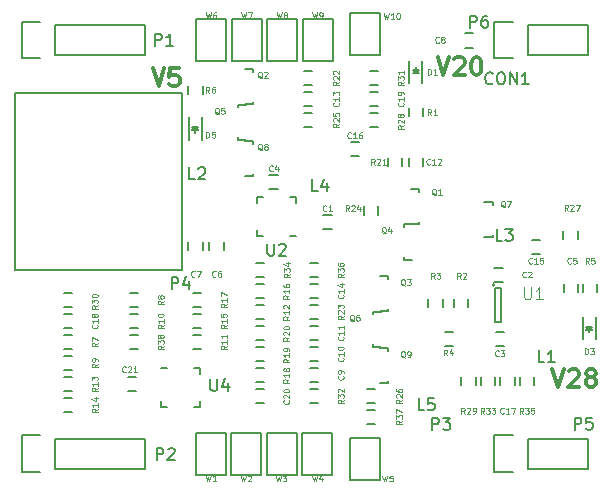
<source format=gto>
G04 #@! TF.FileFunction,Legend,Top*
%FSLAX46Y46*%
G04 Gerber Fmt 4.6, Leading zero omitted, Abs format (unit mm)*
G04 Created by KiCad (PCBNEW 4.0.2+dfsg1-stable) date tis  3 jan 2017 22:34:46*
%MOMM*%
G01*
G04 APERTURE LIST*
%ADD10C,0.100000*%
%ADD11C,0.300000*%
%ADD12C,0.150000*%
%ADD13C,0.125000*%
G04 APERTURE END LIST*
D10*
D11*
X166143229Y-88967571D02*
X166643229Y-90467571D01*
X167143229Y-88967571D01*
X167571800Y-89110429D02*
X167643229Y-89039000D01*
X167786086Y-88967571D01*
X168143229Y-88967571D01*
X168286086Y-89039000D01*
X168357515Y-89110429D01*
X168428943Y-89253286D01*
X168428943Y-89396143D01*
X168357515Y-89610429D01*
X167500372Y-90467571D01*
X168428943Y-90467571D01*
X169357514Y-88967571D02*
X169500371Y-88967571D01*
X169643228Y-89039000D01*
X169714657Y-89110429D01*
X169786086Y-89253286D01*
X169857514Y-89539000D01*
X169857514Y-89896143D01*
X169786086Y-90181857D01*
X169714657Y-90324714D01*
X169643228Y-90396143D01*
X169500371Y-90467571D01*
X169357514Y-90467571D01*
X169214657Y-90396143D01*
X169143228Y-90324714D01*
X169071800Y-90181857D01*
X169000371Y-89896143D01*
X169000371Y-89539000D01*
X169071800Y-89253286D01*
X169143228Y-89110429D01*
X169214657Y-89039000D01*
X169357514Y-88967571D01*
X142016315Y-89881971D02*
X142516315Y-91381971D01*
X143016315Y-89881971D01*
X144230601Y-89881971D02*
X143516315Y-89881971D01*
X143444886Y-90596257D01*
X143516315Y-90524829D01*
X143659172Y-90453400D01*
X144016315Y-90453400D01*
X144159172Y-90524829D01*
X144230601Y-90596257D01*
X144302029Y-90739114D01*
X144302029Y-91096257D01*
X144230601Y-91239114D01*
X144159172Y-91310543D01*
X144016315Y-91381971D01*
X143659172Y-91381971D01*
X143516315Y-91310543D01*
X143444886Y-91239114D01*
X175846029Y-115383571D02*
X176346029Y-116883571D01*
X176846029Y-115383571D01*
X177274600Y-115526429D02*
X177346029Y-115455000D01*
X177488886Y-115383571D01*
X177846029Y-115383571D01*
X177988886Y-115455000D01*
X178060315Y-115526429D01*
X178131743Y-115669286D01*
X178131743Y-115812143D01*
X178060315Y-116026429D01*
X177203172Y-116883571D01*
X178131743Y-116883571D01*
X178988886Y-116026429D02*
X178846028Y-115955000D01*
X178774600Y-115883571D01*
X178703171Y-115740714D01*
X178703171Y-115669286D01*
X178774600Y-115526429D01*
X178846028Y-115455000D01*
X178988886Y-115383571D01*
X179274600Y-115383571D01*
X179417457Y-115455000D01*
X179488886Y-115526429D01*
X179560314Y-115669286D01*
X179560314Y-115740714D01*
X179488886Y-115883571D01*
X179417457Y-115955000D01*
X179274600Y-116026429D01*
X178988886Y-116026429D01*
X178846028Y-116097857D01*
X178774600Y-116169286D01*
X178703171Y-116312143D01*
X178703171Y-116597857D01*
X178774600Y-116740714D01*
X178846028Y-116812143D01*
X178988886Y-116883571D01*
X179274600Y-116883571D01*
X179417457Y-116812143D01*
X179488886Y-116740714D01*
X179560314Y-116597857D01*
X179560314Y-116312143D01*
X179488886Y-116169286D01*
X179417457Y-116097857D01*
X179274600Y-116026429D01*
D12*
X176793600Y-104363000D02*
X176793600Y-103663000D01*
X177993600Y-103663000D02*
X177993600Y-104363000D01*
X146120600Y-110074000D02*
X145420600Y-110074000D01*
X145420600Y-108874000D02*
X146120600Y-108874000D01*
X145998600Y-115278500D02*
X145998600Y-115778500D01*
X142748600Y-118528500D02*
X142748600Y-118028500D01*
X145998600Y-118528500D02*
X145998600Y-118028500D01*
X142748600Y-115278500D02*
X143248600Y-115278500D01*
X142748600Y-118528500D02*
X143248600Y-118528500D01*
X145998600Y-118528500D02*
X145498600Y-118528500D01*
X145998600Y-115278500D02*
X145498600Y-115278500D01*
X150876600Y-104063200D02*
X150876600Y-103563200D01*
X154126600Y-100813200D02*
X154126600Y-101313200D01*
X150876600Y-100813200D02*
X150876600Y-101313200D01*
X154126600Y-104063200D02*
X153626600Y-104063200D01*
X154126600Y-100813200D02*
X153626600Y-100813200D01*
X150876600Y-100813200D02*
X151376600Y-100813200D01*
X150876600Y-104063200D02*
X151376600Y-104063200D01*
X144502720Y-106934860D02*
X130405720Y-106934860D01*
X130405720Y-91948860D02*
X144502720Y-91948860D01*
X144502720Y-106934860D02*
X144502720Y-91948860D01*
X130405720Y-106934860D02*
X130405720Y-91948860D01*
X158730000Y-85222000D02*
X158730000Y-88778000D01*
X158730000Y-88778000D02*
X161270000Y-88778000D01*
X161270000Y-88778000D02*
X161270000Y-85476000D01*
X161270000Y-85476000D02*
X161270000Y-85222000D01*
X161270000Y-85222000D02*
X158984000Y-85222000D01*
X158984000Y-85222000D02*
X158730000Y-85222000D01*
X158730000Y-121222000D02*
X158730000Y-124778000D01*
X158730000Y-124778000D02*
X161270000Y-124778000D01*
X161270000Y-124778000D02*
X161270000Y-121476000D01*
X161270000Y-121476000D02*
X161270000Y-121222000D01*
X161270000Y-121222000D02*
X158984000Y-121222000D01*
X158984000Y-121222000D02*
X158730000Y-121222000D01*
X151730000Y-85722000D02*
X151730000Y-89278000D01*
X151730000Y-89278000D02*
X154270000Y-89278000D01*
X154270000Y-89278000D02*
X154270000Y-85976000D01*
X154270000Y-85976000D02*
X154270000Y-85722000D01*
X154270000Y-85722000D02*
X151984000Y-85722000D01*
X151984000Y-85722000D02*
X151730000Y-85722000D01*
X154730000Y-85722000D02*
X154730000Y-89278000D01*
X154730000Y-89278000D02*
X157270000Y-89278000D01*
X157270000Y-89278000D02*
X157270000Y-85976000D01*
X157270000Y-85976000D02*
X157270000Y-85722000D01*
X157270000Y-85722000D02*
X154984000Y-85722000D01*
X154984000Y-85722000D02*
X154730000Y-85722000D01*
X148730000Y-85722000D02*
X148730000Y-89278000D01*
X148730000Y-89278000D02*
X151270000Y-89278000D01*
X151270000Y-89278000D02*
X151270000Y-85976000D01*
X151270000Y-85976000D02*
X151270000Y-85722000D01*
X151270000Y-85722000D02*
X148984000Y-85722000D01*
X148984000Y-85722000D02*
X148730000Y-85722000D01*
X145730000Y-85722000D02*
X145730000Y-89278000D01*
X145730000Y-89278000D02*
X148270000Y-89278000D01*
X148270000Y-89278000D02*
X148270000Y-85976000D01*
X148270000Y-85976000D02*
X148270000Y-85722000D01*
X148270000Y-85722000D02*
X145984000Y-85722000D01*
X145984000Y-85722000D02*
X145730000Y-85722000D01*
X151663400Y-120726200D02*
X151663400Y-124282200D01*
X151663400Y-124282200D02*
X154203400Y-124282200D01*
X154203400Y-124282200D02*
X154203400Y-120980200D01*
X154203400Y-120980200D02*
X154203400Y-120726200D01*
X154203400Y-120726200D02*
X151917400Y-120726200D01*
X151917400Y-120726200D02*
X151663400Y-120726200D01*
X154676400Y-120722000D02*
X154676400Y-124278000D01*
X154676400Y-124278000D02*
X157216400Y-124278000D01*
X157216400Y-124278000D02*
X157216400Y-120976000D01*
X157216400Y-120976000D02*
X157216400Y-120722000D01*
X157216400Y-120722000D02*
X154930400Y-120722000D01*
X154930400Y-120722000D02*
X154676400Y-120722000D01*
X148676400Y-120722000D02*
X148676400Y-124278000D01*
X148676400Y-124278000D02*
X151216400Y-124278000D01*
X151216400Y-124278000D02*
X151216400Y-120976000D01*
X151216400Y-120976000D02*
X151216400Y-120722000D01*
X151216400Y-120722000D02*
X148930400Y-120722000D01*
X148930400Y-120722000D02*
X148676400Y-120722000D01*
X148259800Y-124282200D02*
X148259800Y-120726200D01*
X148259800Y-120726200D02*
X145719800Y-120726200D01*
X145719800Y-120726200D02*
X145719800Y-124028200D01*
X145719800Y-124028200D02*
X145719800Y-124282200D01*
X145719800Y-124282200D02*
X148005800Y-124282200D01*
X148005800Y-124282200D02*
X148259800Y-124282200D01*
X170997600Y-108231200D02*
G75*
G03X170997600Y-108231200I-100000J0D01*
G01*
X171547600Y-108481200D02*
X171047600Y-108481200D01*
X171547600Y-111381200D02*
X171547600Y-108481200D01*
X171047600Y-111381200D02*
X171547600Y-111381200D01*
X171047600Y-108481200D02*
X171047600Y-111381200D01*
X161239200Y-113562180D02*
X161940240Y-113562180D01*
X161940240Y-113562180D02*
X161940240Y-113811100D01*
X161940240Y-116361160D02*
X161940240Y-116561820D01*
X161940240Y-116561820D02*
X161239200Y-116561820D01*
X149809200Y-96036180D02*
X150510240Y-96036180D01*
X150510240Y-96036180D02*
X150510240Y-96285100D01*
X150510240Y-98835160D02*
X150510240Y-99035820D01*
X150510240Y-99035820D02*
X149809200Y-99035820D01*
X170103800Y-101179680D02*
X170804840Y-101179680D01*
X170804840Y-101179680D02*
X170804840Y-101428600D01*
X170804840Y-103978660D02*
X170804840Y-104179320D01*
X170804840Y-104179320D02*
X170103800Y-104179320D01*
X161340800Y-113513820D02*
X160639760Y-113513820D01*
X160639760Y-113513820D02*
X160639760Y-113264900D01*
X160639760Y-110714840D02*
X160639760Y-110514180D01*
X160639760Y-110514180D02*
X161340800Y-110514180D01*
X149910800Y-95987820D02*
X149209760Y-95987820D01*
X149209760Y-95987820D02*
X149209760Y-95738900D01*
X149209760Y-93188840D02*
X149209760Y-92988180D01*
X149209760Y-92988180D02*
X149910800Y-92988180D01*
X163982400Y-106084320D02*
X163281360Y-106084320D01*
X163281360Y-106084320D02*
X163281360Y-105835400D01*
X163281360Y-103285340D02*
X163281360Y-103084680D01*
X163281360Y-103084680D02*
X163982400Y-103084680D01*
X161239200Y-107466180D02*
X161940240Y-107466180D01*
X161940240Y-107466180D02*
X161940240Y-107715100D01*
X161940240Y-110265160D02*
X161940240Y-110465820D01*
X161940240Y-110465820D02*
X161239200Y-110465820D01*
X149809200Y-89940180D02*
X150510240Y-89940180D01*
X150510240Y-89940180D02*
X150510240Y-90189100D01*
X150510240Y-92739160D02*
X150510240Y-92939820D01*
X150510240Y-92939820D02*
X149809200Y-92939820D01*
X163880800Y-100100180D02*
X164581840Y-100100180D01*
X164581840Y-100100180D02*
X164581840Y-100349100D01*
X164581840Y-102899160D02*
X164581840Y-103099820D01*
X164581840Y-103099820D02*
X163880800Y-103099820D01*
X145093600Y-94023000D02*
X145093600Y-95923000D01*
X146193600Y-94023000D02*
X146193600Y-95923000D01*
X145643600Y-94923000D02*
X145643600Y-95373000D01*
X145893600Y-94873000D02*
X145393600Y-94873000D01*
X145643600Y-94873000D02*
X145893600Y-95123000D01*
X145893600Y-95123000D02*
X145393600Y-95123000D01*
X145393600Y-95123000D02*
X145643600Y-94873000D01*
X178450000Y-110900000D02*
X178450000Y-112800000D01*
X179550000Y-110900000D02*
X179550000Y-112800000D01*
X179000000Y-111800000D02*
X179000000Y-112250000D01*
X179250000Y-111750000D02*
X178750000Y-111750000D01*
X179000000Y-111750000D02*
X179250000Y-112000000D01*
X179250000Y-112000000D02*
X178750000Y-112000000D01*
X178750000Y-112000000D02*
X179000000Y-111750000D01*
X164862600Y-91143000D02*
X164862600Y-89243000D01*
X163762600Y-91143000D02*
X163762600Y-89243000D01*
X164312600Y-90243000D02*
X164312600Y-89793000D01*
X164062600Y-90293000D02*
X164562600Y-90293000D01*
X164312600Y-90293000D02*
X164062600Y-90043000D01*
X164062600Y-90043000D02*
X164562600Y-90043000D01*
X164562600Y-90043000D02*
X164312600Y-90293000D01*
X151454600Y-118202000D02*
X150754600Y-118202000D01*
X150754600Y-117002000D02*
X151454600Y-117002000D01*
X160406600Y-91856000D02*
X161106600Y-91856000D01*
X161106600Y-93056000D02*
X160406600Y-93056000D01*
X134498600Y-110652000D02*
X135198600Y-110652000D01*
X135198600Y-111852000D02*
X134498600Y-111852000D01*
X172659600Y-115982000D02*
X172659600Y-116682000D01*
X171459600Y-116682000D02*
X171459600Y-115982000D01*
X158806400Y-96123200D02*
X159506400Y-96123200D01*
X159506400Y-97323200D02*
X158806400Y-97323200D01*
X174822600Y-105629000D02*
X174122600Y-105629000D01*
X174122600Y-104429000D02*
X174822600Y-104429000D01*
X156026600Y-109312000D02*
X155326600Y-109312000D01*
X155326600Y-108112000D02*
X156026600Y-108112000D01*
X154818600Y-91856000D02*
X155518600Y-91856000D01*
X155518600Y-93056000D02*
X154818600Y-93056000D01*
X164912600Y-97440000D02*
X164912600Y-98140000D01*
X163712600Y-98140000D02*
X163712600Y-97440000D01*
X155326600Y-111668000D02*
X156026600Y-111668000D01*
X156026600Y-112868000D02*
X155326600Y-112868000D01*
X155326600Y-113446000D02*
X156026600Y-113446000D01*
X156026600Y-114646000D02*
X155326600Y-114646000D01*
X155326600Y-115224000D02*
X156026600Y-115224000D01*
X156026600Y-116424000D02*
X155326600Y-116424000D01*
X168458400Y-86928400D02*
X169158400Y-86928400D01*
X169158400Y-88128400D02*
X168458400Y-88128400D01*
X146243600Y-104552000D02*
X146243600Y-105252000D01*
X145043600Y-105252000D02*
X145043600Y-104552000D01*
X148021600Y-104552000D02*
X148021600Y-105252000D01*
X146821600Y-105252000D02*
X146821600Y-104552000D01*
X176869800Y-108808000D02*
X176869800Y-108108000D01*
X178069800Y-108108000D02*
X178069800Y-108808000D01*
X151897600Y-98891800D02*
X152597600Y-98891800D01*
X152597600Y-100091800D02*
X151897600Y-100091800D01*
X171774600Y-113401400D02*
X171074600Y-113401400D01*
X171074600Y-112201400D02*
X171774600Y-112201400D01*
X171647600Y-107991200D02*
X170947600Y-107991200D01*
X170947600Y-106791200D02*
X171647600Y-106791200D01*
X156469600Y-102270000D02*
X157169600Y-102270000D01*
X157169600Y-103470000D02*
X156469600Y-103470000D01*
X139896100Y-115986000D02*
X140596100Y-115986000D01*
X140596100Y-117186000D02*
X139896100Y-117186000D01*
X164912600Y-93249000D02*
X164912600Y-93949000D01*
X163712600Y-93949000D02*
X163712600Y-93249000D01*
X167548000Y-110078000D02*
X167548000Y-109378000D01*
X168748000Y-109378000D02*
X168748000Y-110078000D01*
X166563600Y-109378000D02*
X166563600Y-110078000D01*
X165363600Y-110078000D02*
X165363600Y-109378000D01*
X166731200Y-112176000D02*
X167431200Y-112176000D01*
X167431200Y-113376000D02*
X166731200Y-113376000D01*
X178444600Y-108808000D02*
X178444600Y-108108000D01*
X179644600Y-108108000D02*
X179644600Y-108808000D01*
X145043600Y-92044000D02*
X145043600Y-91344000D01*
X146243600Y-91344000D02*
X146243600Y-92044000D01*
X135198600Y-113630000D02*
X134498600Y-113630000D01*
X134498600Y-112430000D02*
X135198600Y-112430000D01*
X140086600Y-108874000D02*
X140786600Y-108874000D01*
X140786600Y-110074000D02*
X140086600Y-110074000D01*
X134524000Y-114208000D02*
X135224000Y-114208000D01*
X135224000Y-115408000D02*
X134524000Y-115408000D01*
X140786600Y-111852000D02*
X140086600Y-111852000D01*
X140086600Y-110652000D02*
X140786600Y-110652000D01*
X146120600Y-113630000D02*
X145420600Y-113630000D01*
X145420600Y-112430000D02*
X146120600Y-112430000D01*
X151454600Y-111090000D02*
X150754600Y-111090000D01*
X150754600Y-109890000D02*
X151454600Y-109890000D01*
X134524000Y-115986000D02*
X135224000Y-115986000D01*
X135224000Y-117186000D02*
X134524000Y-117186000D01*
X135224000Y-118964000D02*
X134524000Y-118964000D01*
X134524000Y-117764000D02*
X135224000Y-117764000D01*
X145420600Y-110652000D02*
X146120600Y-110652000D01*
X146120600Y-111852000D02*
X145420600Y-111852000D01*
X150754600Y-108112000D02*
X151454600Y-108112000D01*
X151454600Y-109312000D02*
X150754600Y-109312000D01*
X151454600Y-116424000D02*
X150754600Y-116424000D01*
X150754600Y-115224000D02*
X151454600Y-115224000D01*
X151454600Y-114646000D02*
X150754600Y-114646000D01*
X150754600Y-113446000D02*
X151454600Y-113446000D01*
X151454600Y-112868000D02*
X150754600Y-112868000D01*
X150754600Y-111668000D02*
X151454600Y-111668000D01*
X163134600Y-97440000D02*
X163134600Y-98140000D01*
X161934600Y-98140000D02*
X161934600Y-97440000D01*
X154818600Y-90078000D02*
X155518600Y-90078000D01*
X155518600Y-91278000D02*
X154818600Y-91278000D01*
X156026600Y-111090000D02*
X155326600Y-111090000D01*
X155326600Y-109890000D02*
X156026600Y-109890000D01*
X159902600Y-102280200D02*
X159902600Y-101580200D01*
X161102600Y-101580200D02*
X161102600Y-102280200D01*
X154818600Y-93634000D02*
X155518600Y-93634000D01*
X155518600Y-94834000D02*
X154818600Y-94834000D01*
X160852600Y-118202000D02*
X160152600Y-118202000D01*
X160152600Y-117002000D02*
X160852600Y-117002000D01*
X161106600Y-94834000D02*
X160406600Y-94834000D01*
X160406600Y-93634000D02*
X161106600Y-93634000D01*
X168157600Y-116682000D02*
X168157600Y-115982000D01*
X169357600Y-115982000D02*
X169357600Y-116682000D01*
X135198600Y-110074000D02*
X134498600Y-110074000D01*
X134498600Y-108874000D02*
X135198600Y-108874000D01*
X161106600Y-91278000D02*
X160406600Y-91278000D01*
X160406600Y-90078000D02*
X161106600Y-90078000D01*
X156026600Y-118202000D02*
X155326600Y-118202000D01*
X155326600Y-117002000D02*
X156026600Y-117002000D01*
X133770000Y-88770000D02*
X141390000Y-88770000D01*
X133770000Y-86230000D02*
X141390000Y-86230000D01*
X130950000Y-85950000D02*
X132500000Y-85950000D01*
X141390000Y-88770000D02*
X141390000Y-86230000D01*
X133770000Y-86230000D02*
X133770000Y-88770000D01*
X132500000Y-89050000D02*
X130950000Y-89050000D01*
X130950000Y-89050000D02*
X130950000Y-85950000D01*
X133770000Y-123770000D02*
X141390000Y-123770000D01*
X133770000Y-121230000D02*
X141390000Y-121230000D01*
X130950000Y-120950000D02*
X132500000Y-120950000D01*
X141390000Y-123770000D02*
X141390000Y-121230000D01*
X133770000Y-121230000D02*
X133770000Y-123770000D01*
X132500000Y-124050000D02*
X130950000Y-124050000D01*
X130950000Y-124050000D02*
X130950000Y-120950000D01*
X173770000Y-123770000D02*
X178850000Y-123770000D01*
X178850000Y-123770000D02*
X178850000Y-121230000D01*
X178850000Y-121230000D02*
X173770000Y-121230000D01*
X170950000Y-120950000D02*
X172500000Y-120950000D01*
X173770000Y-121230000D02*
X173770000Y-123770000D01*
X172500000Y-124050000D02*
X170950000Y-124050000D01*
X170950000Y-124050000D02*
X170950000Y-120950000D01*
X173770000Y-88770000D02*
X178850000Y-88770000D01*
X178850000Y-88770000D02*
X178850000Y-86230000D01*
X178850000Y-86230000D02*
X173770000Y-86230000D01*
X170950000Y-85950000D02*
X172500000Y-85950000D01*
X173770000Y-86230000D02*
X173770000Y-88770000D01*
X172500000Y-89050000D02*
X170950000Y-89050000D01*
X170950000Y-89050000D02*
X170950000Y-85950000D01*
X171008600Y-115982000D02*
X171008600Y-116682000D01*
X169808600Y-116682000D02*
X169808600Y-115982000D01*
X151454600Y-107534000D02*
X150754600Y-107534000D01*
X150754600Y-106334000D02*
X151454600Y-106334000D01*
X173110600Y-116682000D02*
X173110600Y-115982000D01*
X174310600Y-115982000D02*
X174310600Y-116682000D01*
X156026600Y-107534000D02*
X155326600Y-107534000D01*
X155326600Y-106334000D02*
X156026600Y-106334000D01*
X160152600Y-118780000D02*
X160852600Y-118780000D01*
X160852600Y-119980000D02*
X160152600Y-119980000D01*
X140786600Y-113630000D02*
X140086600Y-113630000D01*
X140086600Y-112430000D02*
X140786600Y-112430000D01*
D13*
X177199172Y-101927790D02*
X177032505Y-101689695D01*
X176913458Y-101927790D02*
X176913458Y-101427790D01*
X177103934Y-101427790D01*
X177151553Y-101451600D01*
X177175362Y-101475410D01*
X177199172Y-101523029D01*
X177199172Y-101594457D01*
X177175362Y-101642076D01*
X177151553Y-101665886D01*
X177103934Y-101689695D01*
X176913458Y-101689695D01*
X177389648Y-101475410D02*
X177413458Y-101451600D01*
X177461077Y-101427790D01*
X177580124Y-101427790D01*
X177627743Y-101451600D01*
X177651553Y-101475410D01*
X177675362Y-101523029D01*
X177675362Y-101570648D01*
X177651553Y-101642076D01*
X177365839Y-101927790D01*
X177675362Y-101927790D01*
X177842029Y-101427790D02*
X178175362Y-101427790D01*
X177961076Y-101927790D01*
X148282790Y-109820828D02*
X148044695Y-109987495D01*
X148282790Y-110106542D02*
X147782790Y-110106542D01*
X147782790Y-109916066D01*
X147806600Y-109868447D01*
X147830410Y-109844638D01*
X147878029Y-109820828D01*
X147949457Y-109820828D01*
X147997076Y-109844638D01*
X148020886Y-109868447D01*
X148044695Y-109916066D01*
X148044695Y-110106542D01*
X148282790Y-109344638D02*
X148282790Y-109630352D01*
X148282790Y-109487495D02*
X147782790Y-109487495D01*
X147854219Y-109535114D01*
X147901838Y-109582733D01*
X147925648Y-109630352D01*
X147782790Y-109177971D02*
X147782790Y-108844638D01*
X148282790Y-109058924D01*
D12*
X146913695Y-116190781D02*
X146913695Y-117000305D01*
X146961314Y-117095543D01*
X147008933Y-117143162D01*
X147104171Y-117190781D01*
X147294648Y-117190781D01*
X147389886Y-117143162D01*
X147437505Y-117095543D01*
X147485124Y-117000305D01*
X147485124Y-116190781D01*
X148389886Y-116524114D02*
X148389886Y-117190781D01*
X148151790Y-116143162D02*
X147913695Y-116857448D01*
X148532743Y-116857448D01*
X151739695Y-104740581D02*
X151739695Y-105550105D01*
X151787314Y-105645343D01*
X151834933Y-105692962D01*
X151930171Y-105740581D01*
X152120648Y-105740581D01*
X152215886Y-105692962D01*
X152263505Y-105645343D01*
X152311124Y-105550105D01*
X152311124Y-104740581D01*
X152739695Y-104835819D02*
X152787314Y-104788200D01*
X152882552Y-104740581D01*
X153120648Y-104740581D01*
X153215886Y-104788200D01*
X153263505Y-104835819D01*
X153311124Y-104931057D01*
X153311124Y-105026295D01*
X153263505Y-105169152D01*
X152692076Y-105740581D01*
X153311124Y-105740581D01*
X143635505Y-108554781D02*
X143635505Y-107554781D01*
X144016458Y-107554781D01*
X144111696Y-107602400D01*
X144159315Y-107650019D01*
X144206934Y-107745257D01*
X144206934Y-107888114D01*
X144159315Y-107983352D01*
X144111696Y-108030971D01*
X144016458Y-108078590D01*
X143635505Y-108078590D01*
X145064077Y-107888114D02*
X145064077Y-108554781D01*
X144825981Y-107507162D02*
X144587886Y-108221448D01*
X145206934Y-108221448D01*
D13*
X161590125Y-85197190D02*
X161709172Y-85697190D01*
X161804410Y-85340048D01*
X161899648Y-85697190D01*
X162018696Y-85197190D01*
X162471077Y-85697190D02*
X162185363Y-85697190D01*
X162328220Y-85697190D02*
X162328220Y-85197190D01*
X162280601Y-85268619D01*
X162232982Y-85316238D01*
X162185363Y-85340048D01*
X162780601Y-85197190D02*
X162828220Y-85197190D01*
X162875839Y-85221000D01*
X162899648Y-85244810D01*
X162923458Y-85292429D01*
X162947267Y-85387667D01*
X162947267Y-85506714D01*
X162923458Y-85601952D01*
X162899648Y-85649571D01*
X162875839Y-85673381D01*
X162828220Y-85697190D01*
X162780601Y-85697190D01*
X162732982Y-85673381D01*
X162709172Y-85649571D01*
X162685363Y-85601952D01*
X162661553Y-85506714D01*
X162661553Y-85387667D01*
X162685363Y-85292429D01*
X162709172Y-85244810D01*
X162732982Y-85221000D01*
X162780601Y-85197190D01*
X161472620Y-124363990D02*
X161591667Y-124863990D01*
X161686905Y-124506848D01*
X161782143Y-124863990D01*
X161901191Y-124363990D01*
X162329763Y-124363990D02*
X162091668Y-124363990D01*
X162067858Y-124602086D01*
X162091668Y-124578276D01*
X162139287Y-124554467D01*
X162258334Y-124554467D01*
X162305953Y-124578276D01*
X162329763Y-124602086D01*
X162353572Y-124649705D01*
X162353572Y-124768752D01*
X162329763Y-124816371D01*
X162305953Y-124840181D01*
X162258334Y-124863990D01*
X162139287Y-124863990D01*
X162091668Y-124840181D01*
X162067858Y-124816371D01*
X152531820Y-85146390D02*
X152650867Y-85646390D01*
X152746105Y-85289248D01*
X152841343Y-85646390D01*
X152960391Y-85146390D01*
X153222296Y-85360676D02*
X153174677Y-85336867D01*
X153150868Y-85313057D01*
X153127058Y-85265438D01*
X153127058Y-85241629D01*
X153150868Y-85194010D01*
X153174677Y-85170200D01*
X153222296Y-85146390D01*
X153317534Y-85146390D01*
X153365153Y-85170200D01*
X153388963Y-85194010D01*
X153412772Y-85241629D01*
X153412772Y-85265438D01*
X153388963Y-85313057D01*
X153365153Y-85336867D01*
X153317534Y-85360676D01*
X153222296Y-85360676D01*
X153174677Y-85384486D01*
X153150868Y-85408295D01*
X153127058Y-85455914D01*
X153127058Y-85551152D01*
X153150868Y-85598771D01*
X153174677Y-85622581D01*
X153222296Y-85646390D01*
X153317534Y-85646390D01*
X153365153Y-85622581D01*
X153388963Y-85598771D01*
X153412772Y-85551152D01*
X153412772Y-85455914D01*
X153388963Y-85408295D01*
X153365153Y-85384486D01*
X153317534Y-85360676D01*
X155529020Y-85146390D02*
X155648067Y-85646390D01*
X155743305Y-85289248D01*
X155838543Y-85646390D01*
X155957591Y-85146390D01*
X156171877Y-85646390D02*
X156267115Y-85646390D01*
X156314734Y-85622581D01*
X156338544Y-85598771D01*
X156386163Y-85527343D01*
X156409972Y-85432105D01*
X156409972Y-85241629D01*
X156386163Y-85194010D01*
X156362353Y-85170200D01*
X156314734Y-85146390D01*
X156219496Y-85146390D01*
X156171877Y-85170200D01*
X156148068Y-85194010D01*
X156124258Y-85241629D01*
X156124258Y-85360676D01*
X156148068Y-85408295D01*
X156171877Y-85432105D01*
X156219496Y-85455914D01*
X156314734Y-85455914D01*
X156362353Y-85432105D01*
X156386163Y-85408295D01*
X156409972Y-85360676D01*
X149534620Y-85146390D02*
X149653667Y-85646390D01*
X149748905Y-85289248D01*
X149844143Y-85646390D01*
X149963191Y-85146390D01*
X150106049Y-85146390D02*
X150439382Y-85146390D01*
X150225096Y-85646390D01*
X146537420Y-85146390D02*
X146656467Y-85646390D01*
X146751705Y-85289248D01*
X146846943Y-85646390D01*
X146965991Y-85146390D01*
X147370753Y-85146390D02*
X147275515Y-85146390D01*
X147227896Y-85170200D01*
X147204087Y-85194010D01*
X147156468Y-85265438D01*
X147132658Y-85360676D01*
X147132658Y-85551152D01*
X147156468Y-85598771D01*
X147180277Y-85622581D01*
X147227896Y-85646390D01*
X147323134Y-85646390D01*
X147370753Y-85622581D01*
X147394563Y-85598771D01*
X147418372Y-85551152D01*
X147418372Y-85432105D01*
X147394563Y-85384486D01*
X147370753Y-85360676D01*
X147323134Y-85336867D01*
X147227896Y-85336867D01*
X147180277Y-85360676D01*
X147156468Y-85384486D01*
X147132658Y-85432105D01*
X152468020Y-124368190D02*
X152587067Y-124868190D01*
X152682305Y-124511048D01*
X152777543Y-124868190D01*
X152896591Y-124368190D01*
X153039449Y-124368190D02*
X153348972Y-124368190D01*
X153182306Y-124558667D01*
X153253734Y-124558667D01*
X153301353Y-124582476D01*
X153325163Y-124606286D01*
X153348972Y-124653905D01*
X153348972Y-124772952D01*
X153325163Y-124820571D01*
X153301353Y-124844381D01*
X153253734Y-124868190D01*
X153110877Y-124868190D01*
X153063258Y-124844381D01*
X153039449Y-124820571D01*
X155529020Y-124363990D02*
X155648067Y-124863990D01*
X155743305Y-124506848D01*
X155838543Y-124863990D01*
X155957591Y-124363990D01*
X156362353Y-124530657D02*
X156362353Y-124863990D01*
X156243306Y-124340181D02*
X156124258Y-124697324D01*
X156433782Y-124697324D01*
X149483820Y-124363990D02*
X149602867Y-124863990D01*
X149698105Y-124506848D01*
X149793343Y-124863990D01*
X149912391Y-124363990D01*
X150079058Y-124411610D02*
X150102868Y-124387800D01*
X150150487Y-124363990D01*
X150269534Y-124363990D01*
X150317153Y-124387800D01*
X150340963Y-124411610D01*
X150364772Y-124459229D01*
X150364772Y-124506848D01*
X150340963Y-124578276D01*
X150055249Y-124863990D01*
X150364772Y-124863990D01*
X146518820Y-124317390D02*
X146637867Y-124817390D01*
X146733105Y-124460248D01*
X146828343Y-124817390D01*
X146947391Y-124317390D01*
X147399772Y-124817390D02*
X147114058Y-124817390D01*
X147256915Y-124817390D02*
X147256915Y-124317390D01*
X147209296Y-124388819D01*
X147161677Y-124436438D01*
X147114058Y-124460248D01*
X173456695Y-108443781D02*
X173456695Y-109253305D01*
X173504314Y-109348543D01*
X173551933Y-109396162D01*
X173647171Y-109443781D01*
X173837648Y-109443781D01*
X173932886Y-109396162D01*
X173980505Y-109348543D01*
X174028124Y-109253305D01*
X174028124Y-108443781D01*
X175028124Y-109443781D02*
X174456695Y-109443781D01*
X174742409Y-109443781D02*
X174742409Y-108443781D01*
X174647171Y-108586638D01*
X174551933Y-108681876D01*
X174456695Y-108729495D01*
X163401381Y-114396010D02*
X163353762Y-114372200D01*
X163306143Y-114324581D01*
X163234714Y-114253152D01*
X163187095Y-114229343D01*
X163139476Y-114229343D01*
X163163286Y-114348390D02*
X163115667Y-114324581D01*
X163068048Y-114276962D01*
X163044238Y-114181724D01*
X163044238Y-114015057D01*
X163068048Y-113919819D01*
X163115667Y-113872200D01*
X163163286Y-113848390D01*
X163258524Y-113848390D01*
X163306143Y-113872200D01*
X163353762Y-113919819D01*
X163377571Y-114015057D01*
X163377571Y-114181724D01*
X163353762Y-114276962D01*
X163306143Y-114324581D01*
X163258524Y-114348390D01*
X163163286Y-114348390D01*
X163615667Y-114348390D02*
X163710905Y-114348390D01*
X163758524Y-114324581D01*
X163782334Y-114300771D01*
X163829953Y-114229343D01*
X163853762Y-114134105D01*
X163853762Y-113943629D01*
X163829953Y-113896010D01*
X163806143Y-113872200D01*
X163758524Y-113848390D01*
X163663286Y-113848390D01*
X163615667Y-113872200D01*
X163591858Y-113896010D01*
X163568048Y-113943629D01*
X163568048Y-114062676D01*
X163591858Y-114110295D01*
X163615667Y-114134105D01*
X163663286Y-114157914D01*
X163758524Y-114157914D01*
X163806143Y-114134105D01*
X163829953Y-114110295D01*
X163853762Y-114062676D01*
X151310981Y-96819210D02*
X151263362Y-96795400D01*
X151215743Y-96747781D01*
X151144314Y-96676352D01*
X151096695Y-96652543D01*
X151049076Y-96652543D01*
X151072886Y-96771590D02*
X151025267Y-96747781D01*
X150977648Y-96700162D01*
X150953838Y-96604924D01*
X150953838Y-96438257D01*
X150977648Y-96343019D01*
X151025267Y-96295400D01*
X151072886Y-96271590D01*
X151168124Y-96271590D01*
X151215743Y-96295400D01*
X151263362Y-96343019D01*
X151287171Y-96438257D01*
X151287171Y-96604924D01*
X151263362Y-96700162D01*
X151215743Y-96747781D01*
X151168124Y-96771590D01*
X151072886Y-96771590D01*
X151572886Y-96485876D02*
X151525267Y-96462067D01*
X151501458Y-96438257D01*
X151477648Y-96390638D01*
X151477648Y-96366829D01*
X151501458Y-96319210D01*
X151525267Y-96295400D01*
X151572886Y-96271590D01*
X151668124Y-96271590D01*
X151715743Y-96295400D01*
X151739553Y-96319210D01*
X151763362Y-96366829D01*
X151763362Y-96390638D01*
X151739553Y-96438257D01*
X151715743Y-96462067D01*
X151668124Y-96485876D01*
X151572886Y-96485876D01*
X151525267Y-96509686D01*
X151501458Y-96533495D01*
X151477648Y-96581114D01*
X151477648Y-96676352D01*
X151501458Y-96723971D01*
X151525267Y-96747781D01*
X151572886Y-96771590D01*
X151668124Y-96771590D01*
X151715743Y-96747781D01*
X151739553Y-96723971D01*
X151763362Y-96676352D01*
X151763362Y-96581114D01*
X151739553Y-96533495D01*
X151715743Y-96509686D01*
X151668124Y-96485876D01*
X171884981Y-101645210D02*
X171837362Y-101621400D01*
X171789743Y-101573781D01*
X171718314Y-101502352D01*
X171670695Y-101478543D01*
X171623076Y-101478543D01*
X171646886Y-101597590D02*
X171599267Y-101573781D01*
X171551648Y-101526162D01*
X171527838Y-101430924D01*
X171527838Y-101264257D01*
X171551648Y-101169019D01*
X171599267Y-101121400D01*
X171646886Y-101097590D01*
X171742124Y-101097590D01*
X171789743Y-101121400D01*
X171837362Y-101169019D01*
X171861171Y-101264257D01*
X171861171Y-101430924D01*
X171837362Y-101526162D01*
X171789743Y-101573781D01*
X171742124Y-101597590D01*
X171646886Y-101597590D01*
X172027839Y-101097590D02*
X172361172Y-101097590D01*
X172146886Y-101597590D01*
X159083381Y-111297210D02*
X159035762Y-111273400D01*
X158988143Y-111225781D01*
X158916714Y-111154352D01*
X158869095Y-111130543D01*
X158821476Y-111130543D01*
X158845286Y-111249590D02*
X158797667Y-111225781D01*
X158750048Y-111178162D01*
X158726238Y-111082924D01*
X158726238Y-110916257D01*
X158750048Y-110821019D01*
X158797667Y-110773400D01*
X158845286Y-110749590D01*
X158940524Y-110749590D01*
X158988143Y-110773400D01*
X159035762Y-110821019D01*
X159059571Y-110916257D01*
X159059571Y-111082924D01*
X159035762Y-111178162D01*
X158988143Y-111225781D01*
X158940524Y-111249590D01*
X158845286Y-111249590D01*
X159488143Y-110749590D02*
X159392905Y-110749590D01*
X159345286Y-110773400D01*
X159321477Y-110797210D01*
X159273858Y-110868638D01*
X159250048Y-110963876D01*
X159250048Y-111154352D01*
X159273858Y-111201971D01*
X159297667Y-111225781D01*
X159345286Y-111249590D01*
X159440524Y-111249590D01*
X159488143Y-111225781D01*
X159511953Y-111201971D01*
X159535762Y-111154352D01*
X159535762Y-111035305D01*
X159511953Y-110987686D01*
X159488143Y-110963876D01*
X159440524Y-110940067D01*
X159345286Y-110940067D01*
X159297667Y-110963876D01*
X159273858Y-110987686D01*
X159250048Y-111035305D01*
X147653381Y-93771210D02*
X147605762Y-93747400D01*
X147558143Y-93699781D01*
X147486714Y-93628352D01*
X147439095Y-93604543D01*
X147391476Y-93604543D01*
X147415286Y-93723590D02*
X147367667Y-93699781D01*
X147320048Y-93652162D01*
X147296238Y-93556924D01*
X147296238Y-93390257D01*
X147320048Y-93295019D01*
X147367667Y-93247400D01*
X147415286Y-93223590D01*
X147510524Y-93223590D01*
X147558143Y-93247400D01*
X147605762Y-93295019D01*
X147629571Y-93390257D01*
X147629571Y-93556924D01*
X147605762Y-93652162D01*
X147558143Y-93699781D01*
X147510524Y-93723590D01*
X147415286Y-93723590D01*
X148081953Y-93223590D02*
X147843858Y-93223590D01*
X147820048Y-93461686D01*
X147843858Y-93437876D01*
X147891477Y-93414067D01*
X148010524Y-93414067D01*
X148058143Y-93437876D01*
X148081953Y-93461686D01*
X148105762Y-93509305D01*
X148105762Y-93628352D01*
X148081953Y-93675971D01*
X148058143Y-93699781D01*
X148010524Y-93723590D01*
X147891477Y-93723590D01*
X147843858Y-93699781D01*
X147820048Y-93675971D01*
X161775781Y-103867710D02*
X161728162Y-103843900D01*
X161680543Y-103796281D01*
X161609114Y-103724852D01*
X161561495Y-103701043D01*
X161513876Y-103701043D01*
X161537686Y-103820090D02*
X161490067Y-103796281D01*
X161442448Y-103748662D01*
X161418638Y-103653424D01*
X161418638Y-103486757D01*
X161442448Y-103391519D01*
X161490067Y-103343900D01*
X161537686Y-103320090D01*
X161632924Y-103320090D01*
X161680543Y-103343900D01*
X161728162Y-103391519D01*
X161751971Y-103486757D01*
X161751971Y-103653424D01*
X161728162Y-103748662D01*
X161680543Y-103796281D01*
X161632924Y-103820090D01*
X161537686Y-103820090D01*
X162180543Y-103486757D02*
X162180543Y-103820090D01*
X162061496Y-103296281D02*
X161942448Y-103653424D01*
X162251972Y-103653424D01*
X163401381Y-108300010D02*
X163353762Y-108276200D01*
X163306143Y-108228581D01*
X163234714Y-108157152D01*
X163187095Y-108133343D01*
X163139476Y-108133343D01*
X163163286Y-108252390D02*
X163115667Y-108228581D01*
X163068048Y-108180962D01*
X163044238Y-108085724D01*
X163044238Y-107919057D01*
X163068048Y-107823819D01*
X163115667Y-107776200D01*
X163163286Y-107752390D01*
X163258524Y-107752390D01*
X163306143Y-107776200D01*
X163353762Y-107823819D01*
X163377571Y-107919057D01*
X163377571Y-108085724D01*
X163353762Y-108180962D01*
X163306143Y-108228581D01*
X163258524Y-108252390D01*
X163163286Y-108252390D01*
X163544239Y-107752390D02*
X163853762Y-107752390D01*
X163687096Y-107942867D01*
X163758524Y-107942867D01*
X163806143Y-107966676D01*
X163829953Y-107990486D01*
X163853762Y-108038105D01*
X163853762Y-108157152D01*
X163829953Y-108204771D01*
X163806143Y-108228581D01*
X163758524Y-108252390D01*
X163615667Y-108252390D01*
X163568048Y-108228581D01*
X163544239Y-108204771D01*
X151310981Y-90723210D02*
X151263362Y-90699400D01*
X151215743Y-90651781D01*
X151144314Y-90580352D01*
X151096695Y-90556543D01*
X151049076Y-90556543D01*
X151072886Y-90675590D02*
X151025267Y-90651781D01*
X150977648Y-90604162D01*
X150953838Y-90508924D01*
X150953838Y-90342257D01*
X150977648Y-90247019D01*
X151025267Y-90199400D01*
X151072886Y-90175590D01*
X151168124Y-90175590D01*
X151215743Y-90199400D01*
X151263362Y-90247019D01*
X151287171Y-90342257D01*
X151287171Y-90508924D01*
X151263362Y-90604162D01*
X151215743Y-90651781D01*
X151168124Y-90675590D01*
X151072886Y-90675590D01*
X151477648Y-90223210D02*
X151501458Y-90199400D01*
X151549077Y-90175590D01*
X151668124Y-90175590D01*
X151715743Y-90199400D01*
X151739553Y-90223210D01*
X151763362Y-90270829D01*
X151763362Y-90318448D01*
X151739553Y-90389876D01*
X151453839Y-90675590D01*
X151763362Y-90675590D01*
X166042981Y-100629210D02*
X165995362Y-100605400D01*
X165947743Y-100557781D01*
X165876314Y-100486352D01*
X165828695Y-100462543D01*
X165781076Y-100462543D01*
X165804886Y-100581590D02*
X165757267Y-100557781D01*
X165709648Y-100510162D01*
X165685838Y-100414924D01*
X165685838Y-100248257D01*
X165709648Y-100153019D01*
X165757267Y-100105400D01*
X165804886Y-100081590D01*
X165900124Y-100081590D01*
X165947743Y-100105400D01*
X165995362Y-100153019D01*
X166019171Y-100248257D01*
X166019171Y-100414924D01*
X165995362Y-100510162D01*
X165947743Y-100557781D01*
X165900124Y-100581590D01*
X165804886Y-100581590D01*
X166495362Y-100581590D02*
X166209648Y-100581590D01*
X166352505Y-100581590D02*
X166352505Y-100081590D01*
X166304886Y-100153019D01*
X166257267Y-100200638D01*
X166209648Y-100224448D01*
X146544553Y-95755590D02*
X146544553Y-95255590D01*
X146663600Y-95255590D01*
X146735029Y-95279400D01*
X146782648Y-95327019D01*
X146806457Y-95374638D01*
X146830267Y-95469876D01*
X146830267Y-95541305D01*
X146806457Y-95636543D01*
X146782648Y-95684162D01*
X146735029Y-95731781D01*
X146663600Y-95755590D01*
X146544553Y-95755590D01*
X147282648Y-95255590D02*
X147044553Y-95255590D01*
X147020743Y-95493686D01*
X147044553Y-95469876D01*
X147092172Y-95446067D01*
X147211219Y-95446067D01*
X147258838Y-95469876D01*
X147282648Y-95493686D01*
X147306457Y-95541305D01*
X147306457Y-95660352D01*
X147282648Y-95707971D01*
X147258838Y-95731781D01*
X147211219Y-95755590D01*
X147092172Y-95755590D01*
X147044553Y-95731781D01*
X147020743Y-95707971D01*
X178624753Y-114094390D02*
X178624753Y-113594390D01*
X178743800Y-113594390D01*
X178815229Y-113618200D01*
X178862848Y-113665819D01*
X178886657Y-113713438D01*
X178910467Y-113808676D01*
X178910467Y-113880105D01*
X178886657Y-113975343D01*
X178862848Y-114022962D01*
X178815229Y-114070581D01*
X178743800Y-114094390D01*
X178624753Y-114094390D01*
X179077134Y-113594390D02*
X179386657Y-113594390D01*
X179219991Y-113784867D01*
X179291419Y-113784867D01*
X179339038Y-113808676D01*
X179362848Y-113832486D01*
X179386657Y-113880105D01*
X179386657Y-113999152D01*
X179362848Y-114046771D01*
X179339038Y-114070581D01*
X179291419Y-114094390D01*
X179148562Y-114094390D01*
X179100943Y-114070581D01*
X179077134Y-114046771D01*
X165340553Y-90421590D02*
X165340553Y-89921590D01*
X165459600Y-89921590D01*
X165531029Y-89945400D01*
X165578648Y-89993019D01*
X165602457Y-90040638D01*
X165626267Y-90135876D01*
X165626267Y-90207305D01*
X165602457Y-90302543D01*
X165578648Y-90350162D01*
X165531029Y-90397781D01*
X165459600Y-90421590D01*
X165340553Y-90421590D01*
X166102457Y-90421590D02*
X165816743Y-90421590D01*
X165959600Y-90421590D02*
X165959600Y-89921590D01*
X165911981Y-89993019D01*
X165864362Y-90040638D01*
X165816743Y-90064448D01*
X153543771Y-117999628D02*
X153567581Y-118023438D01*
X153591390Y-118094866D01*
X153591390Y-118142485D01*
X153567581Y-118213914D01*
X153519962Y-118261533D01*
X153472343Y-118285342D01*
X153377105Y-118309152D01*
X153305676Y-118309152D01*
X153210438Y-118285342D01*
X153162819Y-118261533D01*
X153115200Y-118213914D01*
X153091390Y-118142485D01*
X153091390Y-118094866D01*
X153115200Y-118023438D01*
X153139010Y-117999628D01*
X153139010Y-117809152D02*
X153115200Y-117785342D01*
X153091390Y-117737723D01*
X153091390Y-117618676D01*
X153115200Y-117571057D01*
X153139010Y-117547247D01*
X153186629Y-117523438D01*
X153234248Y-117523438D01*
X153305676Y-117547247D01*
X153591390Y-117832961D01*
X153591390Y-117523438D01*
X153091390Y-117213914D02*
X153091390Y-117166295D01*
X153115200Y-117118676D01*
X153139010Y-117094867D01*
X153186629Y-117071057D01*
X153281867Y-117047248D01*
X153400914Y-117047248D01*
X153496152Y-117071057D01*
X153543771Y-117094867D01*
X153567581Y-117118676D01*
X153591390Y-117166295D01*
X153591390Y-117213914D01*
X153567581Y-117261533D01*
X153543771Y-117285343D01*
X153496152Y-117309152D01*
X153400914Y-117332962D01*
X153281867Y-117332962D01*
X153186629Y-117309152D01*
X153139010Y-117285343D01*
X153115200Y-117261533D01*
X153091390Y-117213914D01*
X163221171Y-92802828D02*
X163244981Y-92826638D01*
X163268790Y-92898066D01*
X163268790Y-92945685D01*
X163244981Y-93017114D01*
X163197362Y-93064733D01*
X163149743Y-93088542D01*
X163054505Y-93112352D01*
X162983076Y-93112352D01*
X162887838Y-93088542D01*
X162840219Y-93064733D01*
X162792600Y-93017114D01*
X162768790Y-92945685D01*
X162768790Y-92898066D01*
X162792600Y-92826638D01*
X162816410Y-92802828D01*
X163268790Y-92326638D02*
X163268790Y-92612352D01*
X163268790Y-92469495D02*
X162768790Y-92469495D01*
X162840219Y-92517114D01*
X162887838Y-92564733D01*
X162911648Y-92612352D01*
X163268790Y-92088543D02*
X163268790Y-91993305D01*
X163244981Y-91945686D01*
X163221171Y-91921876D01*
X163149743Y-91874257D01*
X163054505Y-91850448D01*
X162864029Y-91850448D01*
X162816410Y-91874257D01*
X162792600Y-91898067D01*
X162768790Y-91945686D01*
X162768790Y-92040924D01*
X162792600Y-92088543D01*
X162816410Y-92112352D01*
X162864029Y-92136162D01*
X162983076Y-92136162D01*
X163030695Y-92112352D01*
X163054505Y-92088543D01*
X163078314Y-92040924D01*
X163078314Y-91945686D01*
X163054505Y-91898067D01*
X163030695Y-91874257D01*
X162983076Y-91850448D01*
X137313171Y-111598828D02*
X137336981Y-111622638D01*
X137360790Y-111694066D01*
X137360790Y-111741685D01*
X137336981Y-111813114D01*
X137289362Y-111860733D01*
X137241743Y-111884542D01*
X137146505Y-111908352D01*
X137075076Y-111908352D01*
X136979838Y-111884542D01*
X136932219Y-111860733D01*
X136884600Y-111813114D01*
X136860790Y-111741685D01*
X136860790Y-111694066D01*
X136884600Y-111622638D01*
X136908410Y-111598828D01*
X137360790Y-111122638D02*
X137360790Y-111408352D01*
X137360790Y-111265495D02*
X136860790Y-111265495D01*
X136932219Y-111313114D01*
X136979838Y-111360733D01*
X137003648Y-111408352D01*
X137075076Y-110836924D02*
X137051267Y-110884543D01*
X137027457Y-110908352D01*
X136979838Y-110932162D01*
X136956029Y-110932162D01*
X136908410Y-110908352D01*
X136884600Y-110884543D01*
X136860790Y-110836924D01*
X136860790Y-110741686D01*
X136884600Y-110694067D01*
X136908410Y-110670257D01*
X136956029Y-110646448D01*
X136979838Y-110646448D01*
X137027457Y-110670257D01*
X137051267Y-110694067D01*
X137075076Y-110741686D01*
X137075076Y-110836924D01*
X137098886Y-110884543D01*
X137122695Y-110908352D01*
X137170314Y-110932162D01*
X137265552Y-110932162D01*
X137313171Y-110908352D01*
X137336981Y-110884543D01*
X137360790Y-110836924D01*
X137360790Y-110741686D01*
X137336981Y-110694067D01*
X137313171Y-110670257D01*
X137265552Y-110646448D01*
X137170314Y-110646448D01*
X137122695Y-110670257D01*
X137098886Y-110694067D01*
X137075076Y-110741686D01*
X171738172Y-119075971D02*
X171714362Y-119099781D01*
X171642934Y-119123590D01*
X171595315Y-119123590D01*
X171523886Y-119099781D01*
X171476267Y-119052162D01*
X171452458Y-119004543D01*
X171428648Y-118909305D01*
X171428648Y-118837876D01*
X171452458Y-118742638D01*
X171476267Y-118695019D01*
X171523886Y-118647400D01*
X171595315Y-118623590D01*
X171642934Y-118623590D01*
X171714362Y-118647400D01*
X171738172Y-118671210D01*
X172214362Y-119123590D02*
X171928648Y-119123590D01*
X172071505Y-119123590D02*
X172071505Y-118623590D01*
X172023886Y-118695019D01*
X171976267Y-118742638D01*
X171928648Y-118766448D01*
X172381029Y-118623590D02*
X172714362Y-118623590D01*
X172500076Y-119123590D01*
X158809572Y-95758771D02*
X158785762Y-95782581D01*
X158714334Y-95806390D01*
X158666715Y-95806390D01*
X158595286Y-95782581D01*
X158547667Y-95734962D01*
X158523858Y-95687343D01*
X158500048Y-95592105D01*
X158500048Y-95520676D01*
X158523858Y-95425438D01*
X158547667Y-95377819D01*
X158595286Y-95330200D01*
X158666715Y-95306390D01*
X158714334Y-95306390D01*
X158785762Y-95330200D01*
X158809572Y-95354010D01*
X159285762Y-95806390D02*
X159000048Y-95806390D01*
X159142905Y-95806390D02*
X159142905Y-95306390D01*
X159095286Y-95377819D01*
X159047667Y-95425438D01*
X159000048Y-95449248D01*
X159714333Y-95306390D02*
X159619095Y-95306390D01*
X159571476Y-95330200D01*
X159547667Y-95354010D01*
X159500048Y-95425438D01*
X159476238Y-95520676D01*
X159476238Y-95711152D01*
X159500048Y-95758771D01*
X159523857Y-95782581D01*
X159571476Y-95806390D01*
X159666714Y-95806390D01*
X159714333Y-95782581D01*
X159738143Y-95758771D01*
X159761952Y-95711152D01*
X159761952Y-95592105D01*
X159738143Y-95544486D01*
X159714333Y-95520676D01*
X159666714Y-95496867D01*
X159571476Y-95496867D01*
X159523857Y-95520676D01*
X159500048Y-95544486D01*
X159476238Y-95592105D01*
X174151172Y-106375971D02*
X174127362Y-106399781D01*
X174055934Y-106423590D01*
X174008315Y-106423590D01*
X173936886Y-106399781D01*
X173889267Y-106352162D01*
X173865458Y-106304543D01*
X173841648Y-106209305D01*
X173841648Y-106137876D01*
X173865458Y-106042638D01*
X173889267Y-105995019D01*
X173936886Y-105947400D01*
X174008315Y-105923590D01*
X174055934Y-105923590D01*
X174127362Y-105947400D01*
X174151172Y-105971210D01*
X174627362Y-106423590D02*
X174341648Y-106423590D01*
X174484505Y-106423590D02*
X174484505Y-105923590D01*
X174436886Y-105995019D01*
X174389267Y-106042638D01*
X174341648Y-106066448D01*
X175079743Y-105923590D02*
X174841648Y-105923590D01*
X174817838Y-106161686D01*
X174841648Y-106137876D01*
X174889267Y-106114067D01*
X175008314Y-106114067D01*
X175055933Y-106137876D01*
X175079743Y-106161686D01*
X175103552Y-106209305D01*
X175103552Y-106328352D01*
X175079743Y-106375971D01*
X175055933Y-106399781D01*
X175008314Y-106423590D01*
X174889267Y-106423590D01*
X174841648Y-106399781D01*
X174817838Y-106375971D01*
X158141171Y-109058828D02*
X158164981Y-109082638D01*
X158188790Y-109154066D01*
X158188790Y-109201685D01*
X158164981Y-109273114D01*
X158117362Y-109320733D01*
X158069743Y-109344542D01*
X157974505Y-109368352D01*
X157903076Y-109368352D01*
X157807838Y-109344542D01*
X157760219Y-109320733D01*
X157712600Y-109273114D01*
X157688790Y-109201685D01*
X157688790Y-109154066D01*
X157712600Y-109082638D01*
X157736410Y-109058828D01*
X158188790Y-108582638D02*
X158188790Y-108868352D01*
X158188790Y-108725495D02*
X157688790Y-108725495D01*
X157760219Y-108773114D01*
X157807838Y-108820733D01*
X157831648Y-108868352D01*
X157855457Y-108154067D02*
X158188790Y-108154067D01*
X157664981Y-108273114D02*
X158022124Y-108392162D01*
X158022124Y-108082638D01*
X157760171Y-92802828D02*
X157783981Y-92826638D01*
X157807790Y-92898066D01*
X157807790Y-92945685D01*
X157783981Y-93017114D01*
X157736362Y-93064733D01*
X157688743Y-93088542D01*
X157593505Y-93112352D01*
X157522076Y-93112352D01*
X157426838Y-93088542D01*
X157379219Y-93064733D01*
X157331600Y-93017114D01*
X157307790Y-92945685D01*
X157307790Y-92898066D01*
X157331600Y-92826638D01*
X157355410Y-92802828D01*
X157807790Y-92326638D02*
X157807790Y-92612352D01*
X157807790Y-92469495D02*
X157307790Y-92469495D01*
X157379219Y-92517114D01*
X157426838Y-92564733D01*
X157450648Y-92612352D01*
X157307790Y-92159971D02*
X157307790Y-91850448D01*
X157498267Y-92017114D01*
X157498267Y-91945686D01*
X157522076Y-91898067D01*
X157545886Y-91874257D01*
X157593505Y-91850448D01*
X157712552Y-91850448D01*
X157760171Y-91874257D01*
X157783981Y-91898067D01*
X157807790Y-91945686D01*
X157807790Y-92088543D01*
X157783981Y-92136162D01*
X157760171Y-92159971D01*
X165515172Y-97993971D02*
X165491362Y-98017781D01*
X165419934Y-98041590D01*
X165372315Y-98041590D01*
X165300886Y-98017781D01*
X165253267Y-97970162D01*
X165229458Y-97922543D01*
X165205648Y-97827305D01*
X165205648Y-97755876D01*
X165229458Y-97660638D01*
X165253267Y-97613019D01*
X165300886Y-97565400D01*
X165372315Y-97541590D01*
X165419934Y-97541590D01*
X165491362Y-97565400D01*
X165515172Y-97589210D01*
X165991362Y-98041590D02*
X165705648Y-98041590D01*
X165848505Y-98041590D02*
X165848505Y-97541590D01*
X165800886Y-97613019D01*
X165753267Y-97660638D01*
X165705648Y-97684448D01*
X166181838Y-97589210D02*
X166205648Y-97565400D01*
X166253267Y-97541590D01*
X166372314Y-97541590D01*
X166419933Y-97565400D01*
X166443743Y-97589210D01*
X166467552Y-97636829D01*
X166467552Y-97684448D01*
X166443743Y-97755876D01*
X166158029Y-98041590D01*
X166467552Y-98041590D01*
X158141171Y-112614828D02*
X158164981Y-112638638D01*
X158188790Y-112710066D01*
X158188790Y-112757685D01*
X158164981Y-112829114D01*
X158117362Y-112876733D01*
X158069743Y-112900542D01*
X157974505Y-112924352D01*
X157903076Y-112924352D01*
X157807838Y-112900542D01*
X157760219Y-112876733D01*
X157712600Y-112829114D01*
X157688790Y-112757685D01*
X157688790Y-112710066D01*
X157712600Y-112638638D01*
X157736410Y-112614828D01*
X158188790Y-112138638D02*
X158188790Y-112424352D01*
X158188790Y-112281495D02*
X157688790Y-112281495D01*
X157760219Y-112329114D01*
X157807838Y-112376733D01*
X157831648Y-112424352D01*
X158188790Y-111662448D02*
X158188790Y-111948162D01*
X158188790Y-111805305D02*
X157688790Y-111805305D01*
X157760219Y-111852924D01*
X157807838Y-111900543D01*
X157831648Y-111948162D01*
X158141171Y-114392828D02*
X158164981Y-114416638D01*
X158188790Y-114488066D01*
X158188790Y-114535685D01*
X158164981Y-114607114D01*
X158117362Y-114654733D01*
X158069743Y-114678542D01*
X157974505Y-114702352D01*
X157903076Y-114702352D01*
X157807838Y-114678542D01*
X157760219Y-114654733D01*
X157712600Y-114607114D01*
X157688790Y-114535685D01*
X157688790Y-114488066D01*
X157712600Y-114416638D01*
X157736410Y-114392828D01*
X158188790Y-113916638D02*
X158188790Y-114202352D01*
X158188790Y-114059495D02*
X157688790Y-114059495D01*
X157760219Y-114107114D01*
X157807838Y-114154733D01*
X157831648Y-114202352D01*
X157688790Y-113607114D02*
X157688790Y-113559495D01*
X157712600Y-113511876D01*
X157736410Y-113488067D01*
X157784029Y-113464257D01*
X157879267Y-113440448D01*
X157998314Y-113440448D01*
X158093552Y-113464257D01*
X158141171Y-113488067D01*
X158164981Y-113511876D01*
X158188790Y-113559495D01*
X158188790Y-113607114D01*
X158164981Y-113654733D01*
X158141171Y-113678543D01*
X158093552Y-113702352D01*
X157998314Y-113726162D01*
X157879267Y-113726162D01*
X157784029Y-113702352D01*
X157736410Y-113678543D01*
X157712600Y-113654733D01*
X157688790Y-113607114D01*
X158141171Y-115932733D02*
X158164981Y-115956543D01*
X158188790Y-116027971D01*
X158188790Y-116075590D01*
X158164981Y-116147019D01*
X158117362Y-116194638D01*
X158069743Y-116218447D01*
X157974505Y-116242257D01*
X157903076Y-116242257D01*
X157807838Y-116218447D01*
X157760219Y-116194638D01*
X157712600Y-116147019D01*
X157688790Y-116075590D01*
X157688790Y-116027971D01*
X157712600Y-115956543D01*
X157736410Y-115932733D01*
X158188790Y-115694638D02*
X158188790Y-115599400D01*
X158164981Y-115551781D01*
X158141171Y-115527971D01*
X158069743Y-115480352D01*
X157974505Y-115456543D01*
X157784029Y-115456543D01*
X157736410Y-115480352D01*
X157712600Y-115504162D01*
X157688790Y-115551781D01*
X157688790Y-115647019D01*
X157712600Y-115694638D01*
X157736410Y-115718447D01*
X157784029Y-115742257D01*
X157903076Y-115742257D01*
X157950695Y-115718447D01*
X157974505Y-115694638D01*
X157998314Y-115647019D01*
X157998314Y-115551781D01*
X157974505Y-115504162D01*
X157950695Y-115480352D01*
X157903076Y-115456543D01*
X166261267Y-87681571D02*
X166237457Y-87705381D01*
X166166029Y-87729190D01*
X166118410Y-87729190D01*
X166046981Y-87705381D01*
X165999362Y-87657762D01*
X165975553Y-87610143D01*
X165951743Y-87514905D01*
X165951743Y-87443476D01*
X165975553Y-87348238D01*
X165999362Y-87300619D01*
X166046981Y-87253000D01*
X166118410Y-87229190D01*
X166166029Y-87229190D01*
X166237457Y-87253000D01*
X166261267Y-87276810D01*
X166546981Y-87443476D02*
X166499362Y-87419667D01*
X166475553Y-87395857D01*
X166451743Y-87348238D01*
X166451743Y-87324429D01*
X166475553Y-87276810D01*
X166499362Y-87253000D01*
X166546981Y-87229190D01*
X166642219Y-87229190D01*
X166689838Y-87253000D01*
X166713648Y-87276810D01*
X166737457Y-87324429D01*
X166737457Y-87348238D01*
X166713648Y-87395857D01*
X166689838Y-87419667D01*
X166642219Y-87443476D01*
X166546981Y-87443476D01*
X166499362Y-87467286D01*
X166475553Y-87491095D01*
X166451743Y-87538714D01*
X166451743Y-87633952D01*
X166475553Y-87681571D01*
X166499362Y-87705381D01*
X166546981Y-87729190D01*
X166642219Y-87729190D01*
X166689838Y-87705381D01*
X166713648Y-87681571D01*
X166737457Y-87633952D01*
X166737457Y-87538714D01*
X166713648Y-87491095D01*
X166689838Y-87467286D01*
X166642219Y-87443476D01*
X145585667Y-107493571D02*
X145561857Y-107517381D01*
X145490429Y-107541190D01*
X145442810Y-107541190D01*
X145371381Y-107517381D01*
X145323762Y-107469762D01*
X145299953Y-107422143D01*
X145276143Y-107326905D01*
X145276143Y-107255476D01*
X145299953Y-107160238D01*
X145323762Y-107112619D01*
X145371381Y-107065000D01*
X145442810Y-107041190D01*
X145490429Y-107041190D01*
X145561857Y-107065000D01*
X145585667Y-107088810D01*
X145752334Y-107041190D02*
X146085667Y-107041190D01*
X145871381Y-107541190D01*
X147363667Y-107493571D02*
X147339857Y-107517381D01*
X147268429Y-107541190D01*
X147220810Y-107541190D01*
X147149381Y-107517381D01*
X147101762Y-107469762D01*
X147077953Y-107422143D01*
X147054143Y-107326905D01*
X147054143Y-107255476D01*
X147077953Y-107160238D01*
X147101762Y-107112619D01*
X147149381Y-107065000D01*
X147220810Y-107041190D01*
X147268429Y-107041190D01*
X147339857Y-107065000D01*
X147363667Y-107088810D01*
X147792238Y-107041190D02*
X147697000Y-107041190D01*
X147649381Y-107065000D01*
X147625572Y-107088810D01*
X147577953Y-107160238D01*
X147554143Y-107255476D01*
X147554143Y-107445952D01*
X147577953Y-107493571D01*
X147601762Y-107517381D01*
X147649381Y-107541190D01*
X147744619Y-107541190D01*
X147792238Y-107517381D01*
X147816048Y-107493571D01*
X147839857Y-107445952D01*
X147839857Y-107326905D01*
X147816048Y-107279286D01*
X147792238Y-107255476D01*
X147744619Y-107231667D01*
X147649381Y-107231667D01*
X147601762Y-107255476D01*
X147577953Y-107279286D01*
X147554143Y-107326905D01*
X177437267Y-106375971D02*
X177413457Y-106399781D01*
X177342029Y-106423590D01*
X177294410Y-106423590D01*
X177222981Y-106399781D01*
X177175362Y-106352162D01*
X177151553Y-106304543D01*
X177127743Y-106209305D01*
X177127743Y-106137876D01*
X177151553Y-106042638D01*
X177175362Y-105995019D01*
X177222981Y-105947400D01*
X177294410Y-105923590D01*
X177342029Y-105923590D01*
X177413457Y-105947400D01*
X177437267Y-105971210D01*
X177889648Y-105923590D02*
X177651553Y-105923590D01*
X177627743Y-106161686D01*
X177651553Y-106137876D01*
X177699172Y-106114067D01*
X177818219Y-106114067D01*
X177865838Y-106137876D01*
X177889648Y-106161686D01*
X177913457Y-106209305D01*
X177913457Y-106328352D01*
X177889648Y-106375971D01*
X177865838Y-106399781D01*
X177818219Y-106423590D01*
X177699172Y-106423590D01*
X177651553Y-106399781D01*
X177627743Y-106375971D01*
X152189667Y-98552771D02*
X152165857Y-98576581D01*
X152094429Y-98600390D01*
X152046810Y-98600390D01*
X151975381Y-98576581D01*
X151927762Y-98528962D01*
X151903953Y-98481343D01*
X151880143Y-98386105D01*
X151880143Y-98314676D01*
X151903953Y-98219438D01*
X151927762Y-98171819D01*
X151975381Y-98124200D01*
X152046810Y-98100390D01*
X152094429Y-98100390D01*
X152165857Y-98124200D01*
X152189667Y-98148010D01*
X152618238Y-98267057D02*
X152618238Y-98600390D01*
X152499191Y-98076581D02*
X152380143Y-98433724D01*
X152689667Y-98433724D01*
X171315867Y-114224571D02*
X171292057Y-114248381D01*
X171220629Y-114272190D01*
X171173010Y-114272190D01*
X171101581Y-114248381D01*
X171053962Y-114200762D01*
X171030153Y-114153143D01*
X171006343Y-114057905D01*
X171006343Y-113986476D01*
X171030153Y-113891238D01*
X171053962Y-113843619D01*
X171101581Y-113796000D01*
X171173010Y-113772190D01*
X171220629Y-113772190D01*
X171292057Y-113796000D01*
X171315867Y-113819810D01*
X171482534Y-113772190D02*
X171792057Y-113772190D01*
X171625391Y-113962667D01*
X171696819Y-113962667D01*
X171744438Y-113986476D01*
X171768248Y-114010286D01*
X171792057Y-114057905D01*
X171792057Y-114176952D01*
X171768248Y-114224571D01*
X171744438Y-114248381D01*
X171696819Y-114272190D01*
X171553962Y-114272190D01*
X171506343Y-114248381D01*
X171482534Y-114224571D01*
X173627267Y-107544371D02*
X173603457Y-107568181D01*
X173532029Y-107591990D01*
X173484410Y-107591990D01*
X173412981Y-107568181D01*
X173365362Y-107520562D01*
X173341553Y-107472943D01*
X173317743Y-107377705D01*
X173317743Y-107306276D01*
X173341553Y-107211038D01*
X173365362Y-107163419D01*
X173412981Y-107115800D01*
X173484410Y-107091990D01*
X173532029Y-107091990D01*
X173603457Y-107115800D01*
X173627267Y-107139610D01*
X173817743Y-107139610D02*
X173841553Y-107115800D01*
X173889172Y-107091990D01*
X174008219Y-107091990D01*
X174055838Y-107115800D01*
X174079648Y-107139610D01*
X174103457Y-107187229D01*
X174103457Y-107234848D01*
X174079648Y-107306276D01*
X173793934Y-107591990D01*
X174103457Y-107591990D01*
X156736267Y-101930971D02*
X156712457Y-101954781D01*
X156641029Y-101978590D01*
X156593410Y-101978590D01*
X156521981Y-101954781D01*
X156474362Y-101907162D01*
X156450553Y-101859543D01*
X156426743Y-101764305D01*
X156426743Y-101692876D01*
X156450553Y-101597638D01*
X156474362Y-101550019D01*
X156521981Y-101502400D01*
X156593410Y-101478590D01*
X156641029Y-101478590D01*
X156712457Y-101502400D01*
X156736267Y-101526210D01*
X157212457Y-101978590D02*
X156926743Y-101978590D01*
X157069600Y-101978590D02*
X157069600Y-101478590D01*
X157021981Y-101550019D01*
X156974362Y-101597638D01*
X156926743Y-101621448D01*
X139734172Y-115570771D02*
X139710362Y-115594581D01*
X139638934Y-115618390D01*
X139591315Y-115618390D01*
X139519886Y-115594581D01*
X139472267Y-115546962D01*
X139448458Y-115499343D01*
X139424648Y-115404105D01*
X139424648Y-115332676D01*
X139448458Y-115237438D01*
X139472267Y-115189819D01*
X139519886Y-115142200D01*
X139591315Y-115118390D01*
X139638934Y-115118390D01*
X139710362Y-115142200D01*
X139734172Y-115166010D01*
X139924648Y-115166010D02*
X139948458Y-115142200D01*
X139996077Y-115118390D01*
X140115124Y-115118390D01*
X140162743Y-115142200D01*
X140186553Y-115166010D01*
X140210362Y-115213629D01*
X140210362Y-115261248D01*
X140186553Y-115332676D01*
X139900839Y-115618390D01*
X140210362Y-115618390D01*
X140686552Y-115618390D02*
X140400838Y-115618390D01*
X140543695Y-115618390D02*
X140543695Y-115118390D01*
X140496076Y-115189819D01*
X140448457Y-115237438D01*
X140400838Y-115261248D01*
X165626267Y-93850590D02*
X165459600Y-93612495D01*
X165340553Y-93850590D02*
X165340553Y-93350590D01*
X165531029Y-93350590D01*
X165578648Y-93374400D01*
X165602457Y-93398210D01*
X165626267Y-93445829D01*
X165626267Y-93517257D01*
X165602457Y-93564876D01*
X165578648Y-93588686D01*
X165531029Y-93612495D01*
X165340553Y-93612495D01*
X166102457Y-93850590D02*
X165816743Y-93850590D01*
X165959600Y-93850590D02*
X165959600Y-93350590D01*
X165911981Y-93422019D01*
X165864362Y-93469638D01*
X165816743Y-93493448D01*
X168090067Y-107693590D02*
X167923400Y-107455495D01*
X167804353Y-107693590D02*
X167804353Y-107193590D01*
X167994829Y-107193590D01*
X168042448Y-107217400D01*
X168066257Y-107241210D01*
X168090067Y-107288829D01*
X168090067Y-107360257D01*
X168066257Y-107407876D01*
X168042448Y-107431686D01*
X167994829Y-107455495D01*
X167804353Y-107455495D01*
X168280543Y-107241210D02*
X168304353Y-107217400D01*
X168351972Y-107193590D01*
X168471019Y-107193590D01*
X168518638Y-107217400D01*
X168542448Y-107241210D01*
X168566257Y-107288829D01*
X168566257Y-107336448D01*
X168542448Y-107407876D01*
X168256734Y-107693590D01*
X168566257Y-107693590D01*
X165905667Y-107693590D02*
X165739000Y-107455495D01*
X165619953Y-107693590D02*
X165619953Y-107193590D01*
X165810429Y-107193590D01*
X165858048Y-107217400D01*
X165881857Y-107241210D01*
X165905667Y-107288829D01*
X165905667Y-107360257D01*
X165881857Y-107407876D01*
X165858048Y-107431686D01*
X165810429Y-107455495D01*
X165619953Y-107455495D01*
X166072334Y-107193590D02*
X166381857Y-107193590D01*
X166215191Y-107384067D01*
X166286619Y-107384067D01*
X166334238Y-107407876D01*
X166358048Y-107431686D01*
X166381857Y-107479305D01*
X166381857Y-107598352D01*
X166358048Y-107645971D01*
X166334238Y-107669781D01*
X166286619Y-107693590D01*
X166143762Y-107693590D01*
X166096143Y-107669781D01*
X166072334Y-107645971D01*
X166972467Y-114195990D02*
X166805800Y-113957895D01*
X166686753Y-114195990D02*
X166686753Y-113695990D01*
X166877229Y-113695990D01*
X166924848Y-113719800D01*
X166948657Y-113743610D01*
X166972467Y-113791229D01*
X166972467Y-113862657D01*
X166948657Y-113910276D01*
X166924848Y-113934086D01*
X166877229Y-113957895D01*
X166686753Y-113957895D01*
X167401038Y-113862657D02*
X167401038Y-114195990D01*
X167281991Y-113672181D02*
X167162943Y-114029324D01*
X167472467Y-114029324D01*
X178961267Y-106423590D02*
X178794600Y-106185495D01*
X178675553Y-106423590D02*
X178675553Y-105923590D01*
X178866029Y-105923590D01*
X178913648Y-105947400D01*
X178937457Y-105971210D01*
X178961267Y-106018829D01*
X178961267Y-106090257D01*
X178937457Y-106137876D01*
X178913648Y-106161686D01*
X178866029Y-106185495D01*
X178675553Y-106185495D01*
X179413648Y-105923590D02*
X179175553Y-105923590D01*
X179151743Y-106161686D01*
X179175553Y-106137876D01*
X179223172Y-106114067D01*
X179342219Y-106114067D01*
X179389838Y-106137876D01*
X179413648Y-106161686D01*
X179437457Y-106209305D01*
X179437457Y-106328352D01*
X179413648Y-106375971D01*
X179389838Y-106399781D01*
X179342219Y-106423590D01*
X179223172Y-106423590D01*
X179175553Y-106399781D01*
X179151743Y-106375971D01*
X146830267Y-91945590D02*
X146663600Y-91707495D01*
X146544553Y-91945590D02*
X146544553Y-91445590D01*
X146735029Y-91445590D01*
X146782648Y-91469400D01*
X146806457Y-91493210D01*
X146830267Y-91540829D01*
X146830267Y-91612257D01*
X146806457Y-91659876D01*
X146782648Y-91683686D01*
X146735029Y-91707495D01*
X146544553Y-91707495D01*
X147258838Y-91445590D02*
X147163600Y-91445590D01*
X147115981Y-91469400D01*
X147092172Y-91493210D01*
X147044553Y-91564638D01*
X147020743Y-91659876D01*
X147020743Y-91850352D01*
X147044553Y-91897971D01*
X147068362Y-91921781D01*
X147115981Y-91945590D01*
X147211219Y-91945590D01*
X147258838Y-91921781D01*
X147282648Y-91897971D01*
X147306457Y-91850352D01*
X147306457Y-91731305D01*
X147282648Y-91683686D01*
X147258838Y-91659876D01*
X147211219Y-91636067D01*
X147115981Y-91636067D01*
X147068362Y-91659876D01*
X147044553Y-91683686D01*
X147020743Y-91731305D01*
X137360790Y-113138733D02*
X137122695Y-113305400D01*
X137360790Y-113424447D02*
X136860790Y-113424447D01*
X136860790Y-113233971D01*
X136884600Y-113186352D01*
X136908410Y-113162543D01*
X136956029Y-113138733D01*
X137027457Y-113138733D01*
X137075076Y-113162543D01*
X137098886Y-113186352D01*
X137122695Y-113233971D01*
X137122695Y-113424447D01*
X136860790Y-112972066D02*
X136860790Y-112638733D01*
X137360790Y-112853019D01*
X142948790Y-109582733D02*
X142710695Y-109749400D01*
X142948790Y-109868447D02*
X142448790Y-109868447D01*
X142448790Y-109677971D01*
X142472600Y-109630352D01*
X142496410Y-109606543D01*
X142544029Y-109582733D01*
X142615457Y-109582733D01*
X142663076Y-109606543D01*
X142686886Y-109630352D01*
X142710695Y-109677971D01*
X142710695Y-109868447D01*
X142663076Y-109297019D02*
X142639267Y-109344638D01*
X142615457Y-109368447D01*
X142567838Y-109392257D01*
X142544029Y-109392257D01*
X142496410Y-109368447D01*
X142472600Y-109344638D01*
X142448790Y-109297019D01*
X142448790Y-109201781D01*
X142472600Y-109154162D01*
X142496410Y-109130352D01*
X142544029Y-109106543D01*
X142567838Y-109106543D01*
X142615457Y-109130352D01*
X142639267Y-109154162D01*
X142663076Y-109201781D01*
X142663076Y-109297019D01*
X142686886Y-109344638D01*
X142710695Y-109368447D01*
X142758314Y-109392257D01*
X142853552Y-109392257D01*
X142901171Y-109368447D01*
X142924981Y-109344638D01*
X142948790Y-109297019D01*
X142948790Y-109201781D01*
X142924981Y-109154162D01*
X142901171Y-109130352D01*
X142853552Y-109106543D01*
X142758314Y-109106543D01*
X142710695Y-109130352D01*
X142686886Y-109154162D01*
X142663076Y-109201781D01*
X137360790Y-114916733D02*
X137122695Y-115083400D01*
X137360790Y-115202447D02*
X136860790Y-115202447D01*
X136860790Y-115011971D01*
X136884600Y-114964352D01*
X136908410Y-114940543D01*
X136956029Y-114916733D01*
X137027457Y-114916733D01*
X137075076Y-114940543D01*
X137098886Y-114964352D01*
X137122695Y-115011971D01*
X137122695Y-115202447D01*
X137360790Y-114678638D02*
X137360790Y-114583400D01*
X137336981Y-114535781D01*
X137313171Y-114511971D01*
X137241743Y-114464352D01*
X137146505Y-114440543D01*
X136956029Y-114440543D01*
X136908410Y-114464352D01*
X136884600Y-114488162D01*
X136860790Y-114535781D01*
X136860790Y-114631019D01*
X136884600Y-114678638D01*
X136908410Y-114702447D01*
X136956029Y-114726257D01*
X137075076Y-114726257D01*
X137122695Y-114702447D01*
X137146505Y-114678638D01*
X137170314Y-114631019D01*
X137170314Y-114535781D01*
X137146505Y-114488162D01*
X137122695Y-114464352D01*
X137075076Y-114440543D01*
X142948790Y-111598828D02*
X142710695Y-111765495D01*
X142948790Y-111884542D02*
X142448790Y-111884542D01*
X142448790Y-111694066D01*
X142472600Y-111646447D01*
X142496410Y-111622638D01*
X142544029Y-111598828D01*
X142615457Y-111598828D01*
X142663076Y-111622638D01*
X142686886Y-111646447D01*
X142710695Y-111694066D01*
X142710695Y-111884542D01*
X142948790Y-111122638D02*
X142948790Y-111408352D01*
X142948790Y-111265495D02*
X142448790Y-111265495D01*
X142520219Y-111313114D01*
X142567838Y-111360733D01*
X142591648Y-111408352D01*
X142448790Y-110813114D02*
X142448790Y-110765495D01*
X142472600Y-110717876D01*
X142496410Y-110694067D01*
X142544029Y-110670257D01*
X142639267Y-110646448D01*
X142758314Y-110646448D01*
X142853552Y-110670257D01*
X142901171Y-110694067D01*
X142924981Y-110717876D01*
X142948790Y-110765495D01*
X142948790Y-110813114D01*
X142924981Y-110860733D01*
X142901171Y-110884543D01*
X142853552Y-110908352D01*
X142758314Y-110932162D01*
X142639267Y-110932162D01*
X142544029Y-110908352D01*
X142496410Y-110884543D01*
X142472600Y-110860733D01*
X142448790Y-110813114D01*
X148282790Y-113376828D02*
X148044695Y-113543495D01*
X148282790Y-113662542D02*
X147782790Y-113662542D01*
X147782790Y-113472066D01*
X147806600Y-113424447D01*
X147830410Y-113400638D01*
X147878029Y-113376828D01*
X147949457Y-113376828D01*
X147997076Y-113400638D01*
X148020886Y-113424447D01*
X148044695Y-113472066D01*
X148044695Y-113662542D01*
X148282790Y-112900638D02*
X148282790Y-113186352D01*
X148282790Y-113043495D02*
X147782790Y-113043495D01*
X147854219Y-113091114D01*
X147901838Y-113138733D01*
X147925648Y-113186352D01*
X148282790Y-112424448D02*
X148282790Y-112710162D01*
X148282790Y-112567305D02*
X147782790Y-112567305D01*
X147854219Y-112614924D01*
X147901838Y-112662543D01*
X147925648Y-112710162D01*
X153591390Y-110887628D02*
X153353295Y-111054295D01*
X153591390Y-111173342D02*
X153091390Y-111173342D01*
X153091390Y-110982866D01*
X153115200Y-110935247D01*
X153139010Y-110911438D01*
X153186629Y-110887628D01*
X153258057Y-110887628D01*
X153305676Y-110911438D01*
X153329486Y-110935247D01*
X153353295Y-110982866D01*
X153353295Y-111173342D01*
X153591390Y-110411438D02*
X153591390Y-110697152D01*
X153591390Y-110554295D02*
X153091390Y-110554295D01*
X153162819Y-110601914D01*
X153210438Y-110649533D01*
X153234248Y-110697152D01*
X153139010Y-110220962D02*
X153115200Y-110197152D01*
X153091390Y-110149533D01*
X153091390Y-110030486D01*
X153115200Y-109982867D01*
X153139010Y-109959057D01*
X153186629Y-109935248D01*
X153234248Y-109935248D01*
X153305676Y-109959057D01*
X153591390Y-110244771D01*
X153591390Y-109935248D01*
X137360790Y-116932828D02*
X137122695Y-117099495D01*
X137360790Y-117218542D02*
X136860790Y-117218542D01*
X136860790Y-117028066D01*
X136884600Y-116980447D01*
X136908410Y-116956638D01*
X136956029Y-116932828D01*
X137027457Y-116932828D01*
X137075076Y-116956638D01*
X137098886Y-116980447D01*
X137122695Y-117028066D01*
X137122695Y-117218542D01*
X137360790Y-116456638D02*
X137360790Y-116742352D01*
X137360790Y-116599495D02*
X136860790Y-116599495D01*
X136932219Y-116647114D01*
X136979838Y-116694733D01*
X137003648Y-116742352D01*
X136860790Y-116289971D02*
X136860790Y-115980448D01*
X137051267Y-116147114D01*
X137051267Y-116075686D01*
X137075076Y-116028067D01*
X137098886Y-116004257D01*
X137146505Y-115980448D01*
X137265552Y-115980448D01*
X137313171Y-116004257D01*
X137336981Y-116028067D01*
X137360790Y-116075686D01*
X137360790Y-116218543D01*
X137336981Y-116266162D01*
X137313171Y-116289971D01*
X137360790Y-118710828D02*
X137122695Y-118877495D01*
X137360790Y-118996542D02*
X136860790Y-118996542D01*
X136860790Y-118806066D01*
X136884600Y-118758447D01*
X136908410Y-118734638D01*
X136956029Y-118710828D01*
X137027457Y-118710828D01*
X137075076Y-118734638D01*
X137098886Y-118758447D01*
X137122695Y-118806066D01*
X137122695Y-118996542D01*
X137360790Y-118234638D02*
X137360790Y-118520352D01*
X137360790Y-118377495D02*
X136860790Y-118377495D01*
X136932219Y-118425114D01*
X136979838Y-118472733D01*
X137003648Y-118520352D01*
X137027457Y-117806067D02*
X137360790Y-117806067D01*
X136836981Y-117925114D02*
X137194124Y-118044162D01*
X137194124Y-117734638D01*
X148282790Y-111598828D02*
X148044695Y-111765495D01*
X148282790Y-111884542D02*
X147782790Y-111884542D01*
X147782790Y-111694066D01*
X147806600Y-111646447D01*
X147830410Y-111622638D01*
X147878029Y-111598828D01*
X147949457Y-111598828D01*
X147997076Y-111622638D01*
X148020886Y-111646447D01*
X148044695Y-111694066D01*
X148044695Y-111884542D01*
X148282790Y-111122638D02*
X148282790Y-111408352D01*
X148282790Y-111265495D02*
X147782790Y-111265495D01*
X147854219Y-111313114D01*
X147901838Y-111360733D01*
X147925648Y-111408352D01*
X147782790Y-110670257D02*
X147782790Y-110908352D01*
X148020886Y-110932162D01*
X147997076Y-110908352D01*
X147973267Y-110860733D01*
X147973267Y-110741686D01*
X147997076Y-110694067D01*
X148020886Y-110670257D01*
X148068505Y-110646448D01*
X148187552Y-110646448D01*
X148235171Y-110670257D01*
X148258981Y-110694067D01*
X148282790Y-110741686D01*
X148282790Y-110860733D01*
X148258981Y-110908352D01*
X148235171Y-110932162D01*
X153591390Y-109109628D02*
X153353295Y-109276295D01*
X153591390Y-109395342D02*
X153091390Y-109395342D01*
X153091390Y-109204866D01*
X153115200Y-109157247D01*
X153139010Y-109133438D01*
X153186629Y-109109628D01*
X153258057Y-109109628D01*
X153305676Y-109133438D01*
X153329486Y-109157247D01*
X153353295Y-109204866D01*
X153353295Y-109395342D01*
X153591390Y-108633438D02*
X153591390Y-108919152D01*
X153591390Y-108776295D02*
X153091390Y-108776295D01*
X153162819Y-108823914D01*
X153210438Y-108871533D01*
X153234248Y-108919152D01*
X153091390Y-108204867D02*
X153091390Y-108300105D01*
X153115200Y-108347724D01*
X153139010Y-108371533D01*
X153210438Y-108419152D01*
X153305676Y-108442962D01*
X153496152Y-108442962D01*
X153543771Y-108419152D01*
X153567581Y-108395343D01*
X153591390Y-108347724D01*
X153591390Y-108252486D01*
X153567581Y-108204867D01*
X153543771Y-108181057D01*
X153496152Y-108157248D01*
X153377105Y-108157248D01*
X153329486Y-108181057D01*
X153305676Y-108204867D01*
X153281867Y-108252486D01*
X153281867Y-108347724D01*
X153305676Y-108395343D01*
X153329486Y-108419152D01*
X153377105Y-108442962D01*
X153591390Y-116221628D02*
X153353295Y-116388295D01*
X153591390Y-116507342D02*
X153091390Y-116507342D01*
X153091390Y-116316866D01*
X153115200Y-116269247D01*
X153139010Y-116245438D01*
X153186629Y-116221628D01*
X153258057Y-116221628D01*
X153305676Y-116245438D01*
X153329486Y-116269247D01*
X153353295Y-116316866D01*
X153353295Y-116507342D01*
X153591390Y-115745438D02*
X153591390Y-116031152D01*
X153591390Y-115888295D02*
X153091390Y-115888295D01*
X153162819Y-115935914D01*
X153210438Y-115983533D01*
X153234248Y-116031152D01*
X153305676Y-115459724D02*
X153281867Y-115507343D01*
X153258057Y-115531152D01*
X153210438Y-115554962D01*
X153186629Y-115554962D01*
X153139010Y-115531152D01*
X153115200Y-115507343D01*
X153091390Y-115459724D01*
X153091390Y-115364486D01*
X153115200Y-115316867D01*
X153139010Y-115293057D01*
X153186629Y-115269248D01*
X153210438Y-115269248D01*
X153258057Y-115293057D01*
X153281867Y-115316867D01*
X153305676Y-115364486D01*
X153305676Y-115459724D01*
X153329486Y-115507343D01*
X153353295Y-115531152D01*
X153400914Y-115554962D01*
X153496152Y-115554962D01*
X153543771Y-115531152D01*
X153567581Y-115507343D01*
X153591390Y-115459724D01*
X153591390Y-115364486D01*
X153567581Y-115316867D01*
X153543771Y-115293057D01*
X153496152Y-115269248D01*
X153400914Y-115269248D01*
X153353295Y-115293057D01*
X153329486Y-115316867D01*
X153305676Y-115364486D01*
X153591390Y-114494428D02*
X153353295Y-114661095D01*
X153591390Y-114780142D02*
X153091390Y-114780142D01*
X153091390Y-114589666D01*
X153115200Y-114542047D01*
X153139010Y-114518238D01*
X153186629Y-114494428D01*
X153258057Y-114494428D01*
X153305676Y-114518238D01*
X153329486Y-114542047D01*
X153353295Y-114589666D01*
X153353295Y-114780142D01*
X153591390Y-114018238D02*
X153591390Y-114303952D01*
X153591390Y-114161095D02*
X153091390Y-114161095D01*
X153162819Y-114208714D01*
X153210438Y-114256333D01*
X153234248Y-114303952D01*
X153591390Y-113780143D02*
X153591390Y-113684905D01*
X153567581Y-113637286D01*
X153543771Y-113613476D01*
X153472343Y-113565857D01*
X153377105Y-113542048D01*
X153186629Y-113542048D01*
X153139010Y-113565857D01*
X153115200Y-113589667D01*
X153091390Y-113637286D01*
X153091390Y-113732524D01*
X153115200Y-113780143D01*
X153139010Y-113803952D01*
X153186629Y-113827762D01*
X153305676Y-113827762D01*
X153353295Y-113803952D01*
X153377105Y-113780143D01*
X153400914Y-113732524D01*
X153400914Y-113637286D01*
X153377105Y-113589667D01*
X153353295Y-113565857D01*
X153305676Y-113542048D01*
X153591390Y-112665628D02*
X153353295Y-112832295D01*
X153591390Y-112951342D02*
X153091390Y-112951342D01*
X153091390Y-112760866D01*
X153115200Y-112713247D01*
X153139010Y-112689438D01*
X153186629Y-112665628D01*
X153258057Y-112665628D01*
X153305676Y-112689438D01*
X153329486Y-112713247D01*
X153353295Y-112760866D01*
X153353295Y-112951342D01*
X153139010Y-112475152D02*
X153115200Y-112451342D01*
X153091390Y-112403723D01*
X153091390Y-112284676D01*
X153115200Y-112237057D01*
X153139010Y-112213247D01*
X153186629Y-112189438D01*
X153234248Y-112189438D01*
X153305676Y-112213247D01*
X153591390Y-112498961D01*
X153591390Y-112189438D01*
X153091390Y-111879914D02*
X153091390Y-111832295D01*
X153115200Y-111784676D01*
X153139010Y-111760867D01*
X153186629Y-111737057D01*
X153281867Y-111713248D01*
X153400914Y-111713248D01*
X153496152Y-111737057D01*
X153543771Y-111760867D01*
X153567581Y-111784676D01*
X153591390Y-111832295D01*
X153591390Y-111879914D01*
X153567581Y-111927533D01*
X153543771Y-111951343D01*
X153496152Y-111975152D01*
X153400914Y-111998962D01*
X153281867Y-111998962D01*
X153186629Y-111975152D01*
X153139010Y-111951343D01*
X153115200Y-111927533D01*
X153091390Y-111879914D01*
X160816172Y-98041590D02*
X160649505Y-97803495D01*
X160530458Y-98041590D02*
X160530458Y-97541590D01*
X160720934Y-97541590D01*
X160768553Y-97565400D01*
X160792362Y-97589210D01*
X160816172Y-97636829D01*
X160816172Y-97708257D01*
X160792362Y-97755876D01*
X160768553Y-97779686D01*
X160720934Y-97803495D01*
X160530458Y-97803495D01*
X161006648Y-97589210D02*
X161030458Y-97565400D01*
X161078077Y-97541590D01*
X161197124Y-97541590D01*
X161244743Y-97565400D01*
X161268553Y-97589210D01*
X161292362Y-97636829D01*
X161292362Y-97684448D01*
X161268553Y-97755876D01*
X160982839Y-98041590D01*
X161292362Y-98041590D01*
X161768552Y-98041590D02*
X161482838Y-98041590D01*
X161625695Y-98041590D02*
X161625695Y-97541590D01*
X161578076Y-97613019D01*
X161530457Y-97660638D01*
X161482838Y-97684448D01*
X157807790Y-91024828D02*
X157569695Y-91191495D01*
X157807790Y-91310542D02*
X157307790Y-91310542D01*
X157307790Y-91120066D01*
X157331600Y-91072447D01*
X157355410Y-91048638D01*
X157403029Y-91024828D01*
X157474457Y-91024828D01*
X157522076Y-91048638D01*
X157545886Y-91072447D01*
X157569695Y-91120066D01*
X157569695Y-91310542D01*
X157355410Y-90834352D02*
X157331600Y-90810542D01*
X157307790Y-90762923D01*
X157307790Y-90643876D01*
X157331600Y-90596257D01*
X157355410Y-90572447D01*
X157403029Y-90548638D01*
X157450648Y-90548638D01*
X157522076Y-90572447D01*
X157807790Y-90858161D01*
X157807790Y-90548638D01*
X157355410Y-90358162D02*
X157331600Y-90334352D01*
X157307790Y-90286733D01*
X157307790Y-90167686D01*
X157331600Y-90120067D01*
X157355410Y-90096257D01*
X157403029Y-90072448D01*
X157450648Y-90072448D01*
X157522076Y-90096257D01*
X157807790Y-90381971D01*
X157807790Y-90072448D01*
X158188790Y-110836828D02*
X157950695Y-111003495D01*
X158188790Y-111122542D02*
X157688790Y-111122542D01*
X157688790Y-110932066D01*
X157712600Y-110884447D01*
X157736410Y-110860638D01*
X157784029Y-110836828D01*
X157855457Y-110836828D01*
X157903076Y-110860638D01*
X157926886Y-110884447D01*
X157950695Y-110932066D01*
X157950695Y-111122542D01*
X157736410Y-110646352D02*
X157712600Y-110622542D01*
X157688790Y-110574923D01*
X157688790Y-110455876D01*
X157712600Y-110408257D01*
X157736410Y-110384447D01*
X157784029Y-110360638D01*
X157831648Y-110360638D01*
X157903076Y-110384447D01*
X158188790Y-110670161D01*
X158188790Y-110360638D01*
X157688790Y-110193971D02*
X157688790Y-109884448D01*
X157879267Y-110051114D01*
X157879267Y-109979686D01*
X157903076Y-109932067D01*
X157926886Y-109908257D01*
X157974505Y-109884448D01*
X158093552Y-109884448D01*
X158141171Y-109908257D01*
X158164981Y-109932067D01*
X158188790Y-109979686D01*
X158188790Y-110122543D01*
X158164981Y-110170162D01*
X158141171Y-110193971D01*
X158657172Y-101978590D02*
X158490505Y-101740495D01*
X158371458Y-101978590D02*
X158371458Y-101478590D01*
X158561934Y-101478590D01*
X158609553Y-101502400D01*
X158633362Y-101526210D01*
X158657172Y-101573829D01*
X158657172Y-101645257D01*
X158633362Y-101692876D01*
X158609553Y-101716686D01*
X158561934Y-101740495D01*
X158371458Y-101740495D01*
X158847648Y-101526210D02*
X158871458Y-101502400D01*
X158919077Y-101478590D01*
X159038124Y-101478590D01*
X159085743Y-101502400D01*
X159109553Y-101526210D01*
X159133362Y-101573829D01*
X159133362Y-101621448D01*
X159109553Y-101692876D01*
X158823839Y-101978590D01*
X159133362Y-101978590D01*
X159561933Y-101645257D02*
X159561933Y-101978590D01*
X159442886Y-101454781D02*
X159323838Y-101811924D01*
X159633362Y-101811924D01*
X157807790Y-94580828D02*
X157569695Y-94747495D01*
X157807790Y-94866542D02*
X157307790Y-94866542D01*
X157307790Y-94676066D01*
X157331600Y-94628447D01*
X157355410Y-94604638D01*
X157403029Y-94580828D01*
X157474457Y-94580828D01*
X157522076Y-94604638D01*
X157545886Y-94628447D01*
X157569695Y-94676066D01*
X157569695Y-94866542D01*
X157355410Y-94390352D02*
X157331600Y-94366542D01*
X157307790Y-94318923D01*
X157307790Y-94199876D01*
X157331600Y-94152257D01*
X157355410Y-94128447D01*
X157403029Y-94104638D01*
X157450648Y-94104638D01*
X157522076Y-94128447D01*
X157807790Y-94414161D01*
X157807790Y-94104638D01*
X157307790Y-93652257D02*
X157307790Y-93890352D01*
X157545886Y-93914162D01*
X157522076Y-93890352D01*
X157498267Y-93842733D01*
X157498267Y-93723686D01*
X157522076Y-93676067D01*
X157545886Y-93652257D01*
X157593505Y-93628448D01*
X157712552Y-93628448D01*
X157760171Y-93652257D01*
X157783981Y-93676067D01*
X157807790Y-93723686D01*
X157807790Y-93842733D01*
X157783981Y-93890352D01*
X157760171Y-93914162D01*
X163141790Y-117948828D02*
X162903695Y-118115495D01*
X163141790Y-118234542D02*
X162641790Y-118234542D01*
X162641790Y-118044066D01*
X162665600Y-117996447D01*
X162689410Y-117972638D01*
X162737029Y-117948828D01*
X162808457Y-117948828D01*
X162856076Y-117972638D01*
X162879886Y-117996447D01*
X162903695Y-118044066D01*
X162903695Y-118234542D01*
X162689410Y-117758352D02*
X162665600Y-117734542D01*
X162641790Y-117686923D01*
X162641790Y-117567876D01*
X162665600Y-117520257D01*
X162689410Y-117496447D01*
X162737029Y-117472638D01*
X162784648Y-117472638D01*
X162856076Y-117496447D01*
X163141790Y-117782161D01*
X163141790Y-117472638D01*
X162641790Y-117044067D02*
X162641790Y-117139305D01*
X162665600Y-117186924D01*
X162689410Y-117210733D01*
X162760838Y-117258352D01*
X162856076Y-117282162D01*
X163046552Y-117282162D01*
X163094171Y-117258352D01*
X163117981Y-117234543D01*
X163141790Y-117186924D01*
X163141790Y-117091686D01*
X163117981Y-117044067D01*
X163094171Y-117020257D01*
X163046552Y-116996448D01*
X162927505Y-116996448D01*
X162879886Y-117020257D01*
X162856076Y-117044067D01*
X162832267Y-117091686D01*
X162832267Y-117186924D01*
X162856076Y-117234543D01*
X162879886Y-117258352D01*
X162927505Y-117282162D01*
X163268790Y-94707828D02*
X163030695Y-94874495D01*
X163268790Y-94993542D02*
X162768790Y-94993542D01*
X162768790Y-94803066D01*
X162792600Y-94755447D01*
X162816410Y-94731638D01*
X162864029Y-94707828D01*
X162935457Y-94707828D01*
X162983076Y-94731638D01*
X163006886Y-94755447D01*
X163030695Y-94803066D01*
X163030695Y-94993542D01*
X162816410Y-94517352D02*
X162792600Y-94493542D01*
X162768790Y-94445923D01*
X162768790Y-94326876D01*
X162792600Y-94279257D01*
X162816410Y-94255447D01*
X162864029Y-94231638D01*
X162911648Y-94231638D01*
X162983076Y-94255447D01*
X163268790Y-94541161D01*
X163268790Y-94231638D01*
X162983076Y-93945924D02*
X162959267Y-93993543D01*
X162935457Y-94017352D01*
X162887838Y-94041162D01*
X162864029Y-94041162D01*
X162816410Y-94017352D01*
X162792600Y-93993543D01*
X162768790Y-93945924D01*
X162768790Y-93850686D01*
X162792600Y-93803067D01*
X162816410Y-93779257D01*
X162864029Y-93755448D01*
X162887838Y-93755448D01*
X162935457Y-93779257D01*
X162959267Y-93803067D01*
X162983076Y-93850686D01*
X162983076Y-93945924D01*
X163006886Y-93993543D01*
X163030695Y-94017352D01*
X163078314Y-94041162D01*
X163173552Y-94041162D01*
X163221171Y-94017352D01*
X163244981Y-93993543D01*
X163268790Y-93945924D01*
X163268790Y-93850686D01*
X163244981Y-93803067D01*
X163221171Y-93779257D01*
X163173552Y-93755448D01*
X163078314Y-93755448D01*
X163030695Y-93779257D01*
X163006886Y-93803067D01*
X162983076Y-93850686D01*
X168436172Y-119123590D02*
X168269505Y-118885495D01*
X168150458Y-119123590D02*
X168150458Y-118623590D01*
X168340934Y-118623590D01*
X168388553Y-118647400D01*
X168412362Y-118671210D01*
X168436172Y-118718829D01*
X168436172Y-118790257D01*
X168412362Y-118837876D01*
X168388553Y-118861686D01*
X168340934Y-118885495D01*
X168150458Y-118885495D01*
X168626648Y-118671210D02*
X168650458Y-118647400D01*
X168698077Y-118623590D01*
X168817124Y-118623590D01*
X168864743Y-118647400D01*
X168888553Y-118671210D01*
X168912362Y-118718829D01*
X168912362Y-118766448D01*
X168888553Y-118837876D01*
X168602839Y-119123590D01*
X168912362Y-119123590D01*
X169150457Y-119123590D02*
X169245695Y-119123590D01*
X169293314Y-119099781D01*
X169317124Y-119075971D01*
X169364743Y-119004543D01*
X169388552Y-118909305D01*
X169388552Y-118718829D01*
X169364743Y-118671210D01*
X169340933Y-118647400D01*
X169293314Y-118623590D01*
X169198076Y-118623590D01*
X169150457Y-118647400D01*
X169126648Y-118671210D01*
X169102838Y-118718829D01*
X169102838Y-118837876D01*
X169126648Y-118885495D01*
X169150457Y-118909305D01*
X169198076Y-118933114D01*
X169293314Y-118933114D01*
X169340933Y-118909305D01*
X169364743Y-118885495D01*
X169388552Y-118837876D01*
X137360790Y-109947828D02*
X137122695Y-110114495D01*
X137360790Y-110233542D02*
X136860790Y-110233542D01*
X136860790Y-110043066D01*
X136884600Y-109995447D01*
X136908410Y-109971638D01*
X136956029Y-109947828D01*
X137027457Y-109947828D01*
X137075076Y-109971638D01*
X137098886Y-109995447D01*
X137122695Y-110043066D01*
X137122695Y-110233542D01*
X136860790Y-109781161D02*
X136860790Y-109471638D01*
X137051267Y-109638304D01*
X137051267Y-109566876D01*
X137075076Y-109519257D01*
X137098886Y-109495447D01*
X137146505Y-109471638D01*
X137265552Y-109471638D01*
X137313171Y-109495447D01*
X137336981Y-109519257D01*
X137360790Y-109566876D01*
X137360790Y-109709733D01*
X137336981Y-109757352D01*
X137313171Y-109781161D01*
X136860790Y-109162114D02*
X136860790Y-109114495D01*
X136884600Y-109066876D01*
X136908410Y-109043067D01*
X136956029Y-109019257D01*
X137051267Y-108995448D01*
X137170314Y-108995448D01*
X137265552Y-109019257D01*
X137313171Y-109043067D01*
X137336981Y-109066876D01*
X137360790Y-109114495D01*
X137360790Y-109162114D01*
X137336981Y-109209733D01*
X137313171Y-109233543D01*
X137265552Y-109257352D01*
X137170314Y-109281162D01*
X137051267Y-109281162D01*
X136956029Y-109257352D01*
X136908410Y-109233543D01*
X136884600Y-109209733D01*
X136860790Y-109162114D01*
X163268790Y-91024828D02*
X163030695Y-91191495D01*
X163268790Y-91310542D02*
X162768790Y-91310542D01*
X162768790Y-91120066D01*
X162792600Y-91072447D01*
X162816410Y-91048638D01*
X162864029Y-91024828D01*
X162935457Y-91024828D01*
X162983076Y-91048638D01*
X163006886Y-91072447D01*
X163030695Y-91120066D01*
X163030695Y-91310542D01*
X162768790Y-90858161D02*
X162768790Y-90548638D01*
X162959267Y-90715304D01*
X162959267Y-90643876D01*
X162983076Y-90596257D01*
X163006886Y-90572447D01*
X163054505Y-90548638D01*
X163173552Y-90548638D01*
X163221171Y-90572447D01*
X163244981Y-90596257D01*
X163268790Y-90643876D01*
X163268790Y-90786733D01*
X163244981Y-90834352D01*
X163221171Y-90858161D01*
X163268790Y-90072448D02*
X163268790Y-90358162D01*
X163268790Y-90215305D02*
X162768790Y-90215305D01*
X162840219Y-90262924D01*
X162887838Y-90310543D01*
X162911648Y-90358162D01*
X158188790Y-117948828D02*
X157950695Y-118115495D01*
X158188790Y-118234542D02*
X157688790Y-118234542D01*
X157688790Y-118044066D01*
X157712600Y-117996447D01*
X157736410Y-117972638D01*
X157784029Y-117948828D01*
X157855457Y-117948828D01*
X157903076Y-117972638D01*
X157926886Y-117996447D01*
X157950695Y-118044066D01*
X157950695Y-118234542D01*
X157688790Y-117782161D02*
X157688790Y-117472638D01*
X157879267Y-117639304D01*
X157879267Y-117567876D01*
X157903076Y-117520257D01*
X157926886Y-117496447D01*
X157974505Y-117472638D01*
X158093552Y-117472638D01*
X158141171Y-117496447D01*
X158164981Y-117520257D01*
X158188790Y-117567876D01*
X158188790Y-117710733D01*
X158164981Y-117758352D01*
X158141171Y-117782161D01*
X157736410Y-117282162D02*
X157712600Y-117258352D01*
X157688790Y-117210733D01*
X157688790Y-117091686D01*
X157712600Y-117044067D01*
X157736410Y-117020257D01*
X157784029Y-116996448D01*
X157831648Y-116996448D01*
X157903076Y-117020257D01*
X158188790Y-117305971D01*
X158188790Y-116996448D01*
D12*
X142238505Y-87955381D02*
X142238505Y-86955381D01*
X142619458Y-86955381D01*
X142714696Y-87003000D01*
X142762315Y-87050619D01*
X142809934Y-87145857D01*
X142809934Y-87288714D01*
X142762315Y-87383952D01*
X142714696Y-87431571D01*
X142619458Y-87479190D01*
X142238505Y-87479190D01*
X143762315Y-87955381D02*
X143190886Y-87955381D01*
X143476600Y-87955381D02*
X143476600Y-86955381D01*
X143381362Y-87098238D01*
X143286124Y-87193476D01*
X143190886Y-87241095D01*
X142365505Y-123032781D02*
X142365505Y-122032781D01*
X142746458Y-122032781D01*
X142841696Y-122080400D01*
X142889315Y-122128019D01*
X142936934Y-122223257D01*
X142936934Y-122366114D01*
X142889315Y-122461352D01*
X142841696Y-122508971D01*
X142746458Y-122556590D01*
X142365505Y-122556590D01*
X143317886Y-122128019D02*
X143365505Y-122080400D01*
X143460743Y-122032781D01*
X143698839Y-122032781D01*
X143794077Y-122080400D01*
X143841696Y-122128019D01*
X143889315Y-122223257D01*
X143889315Y-122318495D01*
X143841696Y-122461352D01*
X143270267Y-123032781D01*
X143889315Y-123032781D01*
X165682705Y-120492781D02*
X165682705Y-119492781D01*
X166063658Y-119492781D01*
X166158896Y-119540400D01*
X166206515Y-119588019D01*
X166254134Y-119683257D01*
X166254134Y-119826114D01*
X166206515Y-119921352D01*
X166158896Y-119968971D01*
X166063658Y-120016590D01*
X165682705Y-120016590D01*
X166587467Y-119492781D02*
X167206515Y-119492781D01*
X166873181Y-119873733D01*
X167016039Y-119873733D01*
X167111277Y-119921352D01*
X167158896Y-119968971D01*
X167206515Y-120064210D01*
X167206515Y-120302305D01*
X167158896Y-120397543D01*
X167111277Y-120445162D01*
X167016039Y-120492781D01*
X166730324Y-120492781D01*
X166635086Y-120445162D01*
X166587467Y-120397543D01*
X177747705Y-120467381D02*
X177747705Y-119467381D01*
X178128658Y-119467381D01*
X178223896Y-119515000D01*
X178271515Y-119562619D01*
X178319134Y-119657857D01*
X178319134Y-119800714D01*
X178271515Y-119895952D01*
X178223896Y-119943571D01*
X178128658Y-119991190D01*
X177747705Y-119991190D01*
X179223896Y-119467381D02*
X178747705Y-119467381D01*
X178700086Y-119943571D01*
X178747705Y-119895952D01*
X178842943Y-119848333D01*
X179081039Y-119848333D01*
X179176277Y-119895952D01*
X179223896Y-119943571D01*
X179271515Y-120038810D01*
X179271515Y-120276905D01*
X179223896Y-120372143D01*
X179176277Y-120419762D01*
X179081039Y-120467381D01*
X178842943Y-120467381D01*
X178747705Y-120419762D01*
X178700086Y-120372143D01*
X168908505Y-86431381D02*
X168908505Y-85431381D01*
X169289458Y-85431381D01*
X169384696Y-85479000D01*
X169432315Y-85526619D01*
X169479934Y-85621857D01*
X169479934Y-85764714D01*
X169432315Y-85859952D01*
X169384696Y-85907571D01*
X169289458Y-85955190D01*
X168908505Y-85955190D01*
X170337077Y-85431381D02*
X170146600Y-85431381D01*
X170051362Y-85479000D01*
X170003743Y-85526619D01*
X169908505Y-85669476D01*
X169860886Y-85859952D01*
X169860886Y-86240905D01*
X169908505Y-86336143D01*
X169956124Y-86383762D01*
X170051362Y-86431381D01*
X170241839Y-86431381D01*
X170337077Y-86383762D01*
X170384696Y-86336143D01*
X170432315Y-86240905D01*
X170432315Y-86002810D01*
X170384696Y-85907571D01*
X170337077Y-85859952D01*
X170241839Y-85812333D01*
X170051362Y-85812333D01*
X169956124Y-85859952D01*
X169908505Y-85907571D01*
X169860886Y-86002810D01*
X170807215Y-91139283D02*
X170759596Y-91186902D01*
X170616739Y-91234521D01*
X170521501Y-91234521D01*
X170378643Y-91186902D01*
X170283405Y-91091664D01*
X170235786Y-90996426D01*
X170188167Y-90805950D01*
X170188167Y-90663092D01*
X170235786Y-90472616D01*
X170283405Y-90377378D01*
X170378643Y-90282140D01*
X170521501Y-90234521D01*
X170616739Y-90234521D01*
X170759596Y-90282140D01*
X170807215Y-90329759D01*
X171426262Y-90234521D02*
X171616739Y-90234521D01*
X171711977Y-90282140D01*
X171807215Y-90377378D01*
X171854834Y-90567854D01*
X171854834Y-90901188D01*
X171807215Y-91091664D01*
X171711977Y-91186902D01*
X171616739Y-91234521D01*
X171426262Y-91234521D01*
X171331024Y-91186902D01*
X171235786Y-91091664D01*
X171188167Y-90901188D01*
X171188167Y-90567854D01*
X171235786Y-90377378D01*
X171331024Y-90282140D01*
X171426262Y-90234521D01*
X172283405Y-91234521D02*
X172283405Y-90234521D01*
X172854834Y-91234521D01*
X172854834Y-90234521D01*
X173854834Y-91234521D02*
X173283405Y-91234521D01*
X173569119Y-91234521D02*
X173569119Y-90234521D01*
X173473881Y-90377378D01*
X173378643Y-90472616D01*
X173283405Y-90520235D01*
X175194934Y-114777781D02*
X174718743Y-114777781D01*
X174718743Y-113777781D01*
X176052077Y-114777781D02*
X175480648Y-114777781D01*
X175766362Y-114777781D02*
X175766362Y-113777781D01*
X175671124Y-113920638D01*
X175575886Y-114015876D01*
X175480648Y-114063495D01*
X145603934Y-99283781D02*
X145127743Y-99283781D01*
X145127743Y-98283781D01*
X145889648Y-98379019D02*
X145937267Y-98331400D01*
X146032505Y-98283781D01*
X146270601Y-98283781D01*
X146365839Y-98331400D01*
X146413458Y-98379019D01*
X146461077Y-98474257D01*
X146461077Y-98569495D01*
X146413458Y-98712352D01*
X145842029Y-99283781D01*
X146461077Y-99283781D01*
X171638934Y-104490781D02*
X171162743Y-104490781D01*
X171162743Y-103490781D01*
X171877029Y-103490781D02*
X172496077Y-103490781D01*
X172162743Y-103871733D01*
X172305601Y-103871733D01*
X172400839Y-103919352D01*
X172448458Y-103966971D01*
X172496077Y-104062210D01*
X172496077Y-104300305D01*
X172448458Y-104395543D01*
X172400839Y-104443162D01*
X172305601Y-104490781D01*
X172019886Y-104490781D01*
X171924648Y-104443162D01*
X171877029Y-104395543D01*
X156017934Y-100299781D02*
X155541743Y-100299781D01*
X155541743Y-99299781D01*
X156779839Y-99633114D02*
X156779839Y-100299781D01*
X156541743Y-99252162D02*
X156303648Y-99966448D01*
X156922696Y-99966448D01*
X165034934Y-118841781D02*
X164558743Y-118841781D01*
X164558743Y-117841781D01*
X165844458Y-117841781D02*
X165368267Y-117841781D01*
X165320648Y-118317971D01*
X165368267Y-118270352D01*
X165463505Y-118222733D01*
X165701601Y-118222733D01*
X165796839Y-118270352D01*
X165844458Y-118317971D01*
X165892077Y-118413210D01*
X165892077Y-118651305D01*
X165844458Y-118746543D01*
X165796839Y-118794162D01*
X165701601Y-118841781D01*
X165463505Y-118841781D01*
X165368267Y-118794162D01*
X165320648Y-118746543D01*
D13*
X170087172Y-119123590D02*
X169920505Y-118885495D01*
X169801458Y-119123590D02*
X169801458Y-118623590D01*
X169991934Y-118623590D01*
X170039553Y-118647400D01*
X170063362Y-118671210D01*
X170087172Y-118718829D01*
X170087172Y-118790257D01*
X170063362Y-118837876D01*
X170039553Y-118861686D01*
X169991934Y-118885495D01*
X169801458Y-118885495D01*
X170253839Y-118623590D02*
X170563362Y-118623590D01*
X170396696Y-118814067D01*
X170468124Y-118814067D01*
X170515743Y-118837876D01*
X170539553Y-118861686D01*
X170563362Y-118909305D01*
X170563362Y-119028352D01*
X170539553Y-119075971D01*
X170515743Y-119099781D01*
X170468124Y-119123590D01*
X170325267Y-119123590D01*
X170277648Y-119099781D01*
X170253839Y-119075971D01*
X170730029Y-118623590D02*
X171039552Y-118623590D01*
X170872886Y-118814067D01*
X170944314Y-118814067D01*
X170991933Y-118837876D01*
X171015743Y-118861686D01*
X171039552Y-118909305D01*
X171039552Y-119028352D01*
X171015743Y-119075971D01*
X170991933Y-119099781D01*
X170944314Y-119123590D01*
X170801457Y-119123590D01*
X170753838Y-119099781D01*
X170730029Y-119075971D01*
X153616790Y-107280828D02*
X153378695Y-107447495D01*
X153616790Y-107566542D02*
X153116790Y-107566542D01*
X153116790Y-107376066D01*
X153140600Y-107328447D01*
X153164410Y-107304638D01*
X153212029Y-107280828D01*
X153283457Y-107280828D01*
X153331076Y-107304638D01*
X153354886Y-107328447D01*
X153378695Y-107376066D01*
X153378695Y-107566542D01*
X153116790Y-107114161D02*
X153116790Y-106804638D01*
X153307267Y-106971304D01*
X153307267Y-106899876D01*
X153331076Y-106852257D01*
X153354886Y-106828447D01*
X153402505Y-106804638D01*
X153521552Y-106804638D01*
X153569171Y-106828447D01*
X153592981Y-106852257D01*
X153616790Y-106899876D01*
X153616790Y-107042733D01*
X153592981Y-107090352D01*
X153569171Y-107114161D01*
X153283457Y-106376067D02*
X153616790Y-106376067D01*
X153092981Y-106495114D02*
X153450124Y-106614162D01*
X153450124Y-106304638D01*
X173389172Y-119123590D02*
X173222505Y-118885495D01*
X173103458Y-119123590D02*
X173103458Y-118623590D01*
X173293934Y-118623590D01*
X173341553Y-118647400D01*
X173365362Y-118671210D01*
X173389172Y-118718829D01*
X173389172Y-118790257D01*
X173365362Y-118837876D01*
X173341553Y-118861686D01*
X173293934Y-118885495D01*
X173103458Y-118885495D01*
X173555839Y-118623590D02*
X173865362Y-118623590D01*
X173698696Y-118814067D01*
X173770124Y-118814067D01*
X173817743Y-118837876D01*
X173841553Y-118861686D01*
X173865362Y-118909305D01*
X173865362Y-119028352D01*
X173841553Y-119075971D01*
X173817743Y-119099781D01*
X173770124Y-119123590D01*
X173627267Y-119123590D01*
X173579648Y-119099781D01*
X173555839Y-119075971D01*
X174317743Y-118623590D02*
X174079648Y-118623590D01*
X174055838Y-118861686D01*
X174079648Y-118837876D01*
X174127267Y-118814067D01*
X174246314Y-118814067D01*
X174293933Y-118837876D01*
X174317743Y-118861686D01*
X174341552Y-118909305D01*
X174341552Y-119028352D01*
X174317743Y-119075971D01*
X174293933Y-119099781D01*
X174246314Y-119123590D01*
X174127267Y-119123590D01*
X174079648Y-119099781D01*
X174055838Y-119075971D01*
X158188790Y-107280828D02*
X157950695Y-107447495D01*
X158188790Y-107566542D02*
X157688790Y-107566542D01*
X157688790Y-107376066D01*
X157712600Y-107328447D01*
X157736410Y-107304638D01*
X157784029Y-107280828D01*
X157855457Y-107280828D01*
X157903076Y-107304638D01*
X157926886Y-107328447D01*
X157950695Y-107376066D01*
X157950695Y-107566542D01*
X157688790Y-107114161D02*
X157688790Y-106804638D01*
X157879267Y-106971304D01*
X157879267Y-106899876D01*
X157903076Y-106852257D01*
X157926886Y-106828447D01*
X157974505Y-106804638D01*
X158093552Y-106804638D01*
X158141171Y-106828447D01*
X158164981Y-106852257D01*
X158188790Y-106899876D01*
X158188790Y-107042733D01*
X158164981Y-107090352D01*
X158141171Y-107114161D01*
X157688790Y-106376067D02*
X157688790Y-106471305D01*
X157712600Y-106518924D01*
X157736410Y-106542733D01*
X157807838Y-106590352D01*
X157903076Y-106614162D01*
X158093552Y-106614162D01*
X158141171Y-106590352D01*
X158164981Y-106566543D01*
X158188790Y-106518924D01*
X158188790Y-106423686D01*
X158164981Y-106376067D01*
X158141171Y-106352257D01*
X158093552Y-106328448D01*
X157974505Y-106328448D01*
X157926886Y-106352257D01*
X157903076Y-106376067D01*
X157879267Y-106423686D01*
X157879267Y-106518924D01*
X157903076Y-106566543D01*
X157926886Y-106590352D01*
X157974505Y-106614162D01*
X163141790Y-119726828D02*
X162903695Y-119893495D01*
X163141790Y-120012542D02*
X162641790Y-120012542D01*
X162641790Y-119822066D01*
X162665600Y-119774447D01*
X162689410Y-119750638D01*
X162737029Y-119726828D01*
X162808457Y-119726828D01*
X162856076Y-119750638D01*
X162879886Y-119774447D01*
X162903695Y-119822066D01*
X162903695Y-120012542D01*
X162641790Y-119560161D02*
X162641790Y-119250638D01*
X162832267Y-119417304D01*
X162832267Y-119345876D01*
X162856076Y-119298257D01*
X162879886Y-119274447D01*
X162927505Y-119250638D01*
X163046552Y-119250638D01*
X163094171Y-119274447D01*
X163117981Y-119298257D01*
X163141790Y-119345876D01*
X163141790Y-119488733D01*
X163117981Y-119536352D01*
X163094171Y-119560161D01*
X162641790Y-119083971D02*
X162641790Y-118750638D01*
X163141790Y-118964924D01*
X142948790Y-113376828D02*
X142710695Y-113543495D01*
X142948790Y-113662542D02*
X142448790Y-113662542D01*
X142448790Y-113472066D01*
X142472600Y-113424447D01*
X142496410Y-113400638D01*
X142544029Y-113376828D01*
X142615457Y-113376828D01*
X142663076Y-113400638D01*
X142686886Y-113424447D01*
X142710695Y-113472066D01*
X142710695Y-113662542D01*
X142448790Y-113210161D02*
X142448790Y-112900638D01*
X142639267Y-113067304D01*
X142639267Y-112995876D01*
X142663076Y-112948257D01*
X142686886Y-112924447D01*
X142734505Y-112900638D01*
X142853552Y-112900638D01*
X142901171Y-112924447D01*
X142924981Y-112948257D01*
X142948790Y-112995876D01*
X142948790Y-113138733D01*
X142924981Y-113186352D01*
X142901171Y-113210161D01*
X142663076Y-112614924D02*
X142639267Y-112662543D01*
X142615457Y-112686352D01*
X142567838Y-112710162D01*
X142544029Y-112710162D01*
X142496410Y-112686352D01*
X142472600Y-112662543D01*
X142448790Y-112614924D01*
X142448790Y-112519686D01*
X142472600Y-112472067D01*
X142496410Y-112448257D01*
X142544029Y-112424448D01*
X142567838Y-112424448D01*
X142615457Y-112448257D01*
X142639267Y-112472067D01*
X142663076Y-112519686D01*
X142663076Y-112614924D01*
X142686886Y-112662543D01*
X142710695Y-112686352D01*
X142758314Y-112710162D01*
X142853552Y-112710162D01*
X142901171Y-112686352D01*
X142924981Y-112662543D01*
X142948790Y-112614924D01*
X142948790Y-112519686D01*
X142924981Y-112472067D01*
X142901171Y-112448257D01*
X142853552Y-112424448D01*
X142758314Y-112424448D01*
X142710695Y-112448257D01*
X142686886Y-112472067D01*
X142663076Y-112519686D01*
M02*

</source>
